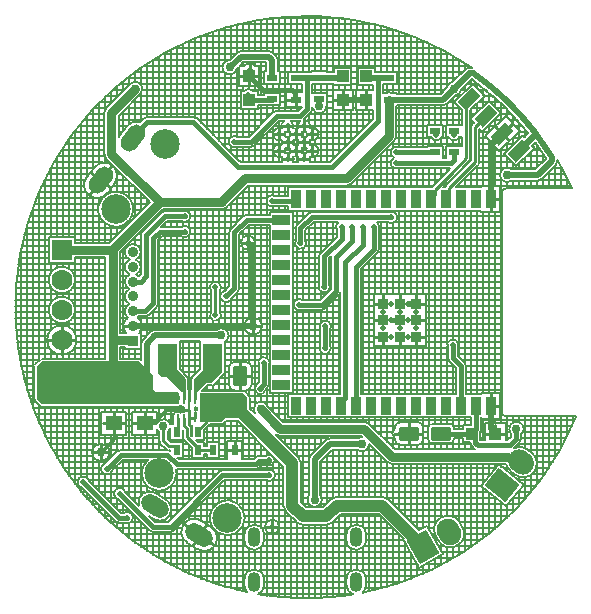
<source format=gbl>
G04*
G04 #@! TF.GenerationSoftware,Altium Limited,Altium Designer,21.2.1 (34)*
G04*
G04 Layer_Physical_Order=2*
G04 Layer_Color=16711680*
%FSTAX24Y24*%
%MOIN*%
G70*
G04*
G04 #@! TF.SameCoordinates,69041C72-035C-4FA9-9E98-1EB6260ED9D6*
G04*
G04*
G04 #@! TF.FilePolarity,Positive*
G04*
G01*
G75*
%ADD14C,0.0100*%
%ADD18R,0.0354X0.0236*%
%ADD19R,0.0394X0.0394*%
%ADD20R,0.0236X0.0354*%
G04:AMPARAMS|DCode=21|XSize=40mil|YSize=70mil|CornerRadius=0mil|HoleSize=0mil|Usage=FLASHONLY|Rotation=134.000|XOffset=0mil|YOffset=0mil|HoleType=Round|Shape=Rectangle|*
%AMROTATEDRECTD21*
4,1,4,0.0391,0.0099,-0.0113,-0.0387,-0.0391,-0.0099,0.0113,0.0387,0.0391,0.0099,0.0*
%
%ADD21ROTATEDRECTD21*%

%ADD27R,0.0394X0.0394*%
G04:AMPARAMS|DCode=37|XSize=67.3mil|YSize=48.4mil|CornerRadius=6.1mil|HoleSize=0mil|Usage=FLASHONLY|Rotation=90.000|XOffset=0mil|YOffset=0mil|HoleType=Round|Shape=RoundedRectangle|*
%AMROUNDEDRECTD37*
21,1,0.0673,0.0363,0,0,90.0*
21,1,0.0552,0.0484,0,0,90.0*
1,1,0.0121,0.0182,0.0276*
1,1,0.0121,0.0182,-0.0276*
1,1,0.0121,-0.0182,-0.0276*
1,1,0.0121,-0.0182,0.0276*
%
%ADD37ROUNDEDRECTD37*%
%ADD74C,0.0080*%
%ADD75C,0.0200*%
%ADD78C,0.0150*%
%ADD79C,0.0300*%
%ADD80C,0.0500*%
%ADD81C,0.0984*%
G04:AMPARAMS|DCode=82|XSize=98.4mil|YSize=59.1mil|CornerRadius=0mil|HoleSize=0mil|Usage=FLASHONLY|Rotation=327.000|XOffset=0mil|YOffset=0mil|HoleType=Round|Shape=Round|*
%AMOVALD82*
21,1,0.0394,0.0591,0.0000,0.0000,327.0*
1,1,0.0591,-0.0165,0.0107*
1,1,0.0591,0.0165,-0.0107*
%
%ADD82OVALD82*%

G04:AMPARAMS|DCode=83|XSize=75mil|YSize=90mil|CornerRadius=0mil|HoleSize=0mil|Usage=FLASHONLY|Rotation=30.000|XOffset=0mil|YOffset=0mil|HoleType=Round|Shape=Round|*
%AMOVALD83*
21,1,0.0150,0.0750,0.0000,0.0000,120.0*
1,1,0.0750,0.0038,-0.0065*
1,1,0.0750,-0.0038,0.0065*
%
%ADD83OVALD83*%

G04:AMPARAMS|DCode=84|XSize=75mil|YSize=90mil|CornerRadius=0mil|HoleSize=0mil|Usage=FLASHONLY|Rotation=30.000|XOffset=0mil|YOffset=0mil|HoleType=Round|Shape=Rectangle|*
%AMROTATEDRECTD84*
4,1,4,-0.0100,-0.0577,-0.0550,0.0202,0.0100,0.0577,0.0550,-0.0202,-0.0100,-0.0577,0.0*
%
%ADD84ROTATEDRECTD84*%

%ADD85C,0.0354*%
%ADD86C,0.0700*%
%ADD87R,0.0700X0.0700*%
G04:AMPARAMS|DCode=88|XSize=75mil|YSize=90mil|CornerRadius=0mil|HoleSize=0mil|Usage=FLASHONLY|Rotation=51.000|XOffset=0mil|YOffset=0mil|HoleType=Round|Shape=Rectangle|*
%AMROTATEDRECTD88*
4,1,4,0.0114,-0.0575,-0.0586,-0.0008,-0.0114,0.0575,0.0586,0.0008,0.0114,-0.0575,0.0*
%
%ADD88ROTATEDRECTD88*%

G04:AMPARAMS|DCode=89|XSize=75mil|YSize=90mil|CornerRadius=0mil|HoleSize=0mil|Usage=FLASHONLY|Rotation=51.000|XOffset=0mil|YOffset=0mil|HoleType=Round|Shape=Round|*
%AMOVALD89*
21,1,0.0150,0.0750,0.0000,0.0000,141.0*
1,1,0.0750,0.0058,-0.0047*
1,1,0.0750,-0.0058,0.0047*
%
%ADD89OVALD89*%

%ADD90O,0.0433X0.0669*%
%ADD91C,0.0200*%
G04:AMPARAMS|DCode=92|XSize=98.4mil|YSize=59.1mil|CornerRadius=0mil|HoleSize=0mil|Usage=FLASHONLY|Rotation=233.000|XOffset=0mil|YOffset=0mil|HoleType=Round|Shape=Round|*
%AMOVALD92*
21,1,0.0394,0.0591,0.0000,0.0000,233.0*
1,1,0.0591,0.0118,0.0157*
1,1,0.0591,-0.0118,-0.0157*
%
%ADD92OVALD92*%

%ADD93R,0.0354X0.0354*%
%ADD94C,0.0300*%
G04:AMPARAMS|DCode=95|XSize=35.4mil|YSize=9.8mil|CornerRadius=2mil|HoleSize=0mil|Usage=FLASHONLY|Rotation=90.000|XOffset=0mil|YOffset=0mil|HoleType=Round|Shape=RoundedRectangle|*
%AMROUNDEDRECTD95*
21,1,0.0354,0.0059,0,0,90.0*
21,1,0.0315,0.0098,0,0,90.0*
1,1,0.0039,0.0030,0.0157*
1,1,0.0039,0.0030,-0.0157*
1,1,0.0039,-0.0030,-0.0157*
1,1,0.0039,-0.0030,0.0157*
%
%ADD95ROUNDEDRECTD95*%
G04:AMPARAMS|DCode=96|XSize=23.6mil|YSize=9.8mil|CornerRadius=2mil|HoleSize=0mil|Usage=FLASHONLY|Rotation=90.000|XOffset=0mil|YOffset=0mil|HoleType=Round|Shape=RoundedRectangle|*
%AMROUNDEDRECTD96*
21,1,0.0236,0.0059,0,0,90.0*
21,1,0.0197,0.0098,0,0,90.0*
1,1,0.0039,0.0030,0.0098*
1,1,0.0039,0.0030,-0.0098*
1,1,0.0039,-0.0030,-0.0098*
1,1,0.0039,-0.0030,0.0098*
%
%ADD96ROUNDEDRECTD96*%
G04:AMPARAMS|DCode=97|XSize=51.2mil|YSize=9.8mil|CornerRadius=2mil|HoleSize=0mil|Usage=FLASHONLY|Rotation=90.000|XOffset=0mil|YOffset=0mil|HoleType=Round|Shape=RoundedRectangle|*
%AMROUNDEDRECTD97*
21,1,0.0512,0.0059,0,0,90.0*
21,1,0.0472,0.0098,0,0,90.0*
1,1,0.0039,0.0030,0.0236*
1,1,0.0039,0.0030,-0.0236*
1,1,0.0039,-0.0030,-0.0236*
1,1,0.0039,-0.0030,0.0236*
%
%ADD97ROUNDEDRECTD97*%
%ADD98R,0.0591X0.0945*%
%ADD99R,0.0550X0.0500*%
G04:AMPARAMS|DCode=100|XSize=67.3mil|YSize=48.4mil|CornerRadius=6.1mil|HoleSize=0mil|Usage=FLASHONLY|Rotation=180.000|XOffset=0mil|YOffset=0mil|HoleType=Round|Shape=RoundedRectangle|*
%AMROUNDEDRECTD100*
21,1,0.0673,0.0363,0,0,180.0*
21,1,0.0552,0.0484,0,0,180.0*
1,1,0.0121,-0.0276,0.0182*
1,1,0.0121,0.0276,0.0182*
1,1,0.0121,0.0276,-0.0182*
1,1,0.0121,-0.0276,-0.0182*
%
%ADD100ROUNDEDRECTD100*%
%ADD101R,0.0591X0.0354*%
%ADD102R,0.0354X0.0591*%
%ADD103C,0.0400*%
G36*
X006575Y009291D02*
X00685Y009016D01*
Y008543D01*
X006772D01*
X00626Y009055D01*
X006063Y009055D01*
X005945Y009173D01*
Y010157D01*
X006575D01*
X006575Y009291D01*
D02*
G37*
G36*
X005787Y009094D02*
Y008661D01*
X005906Y008543D01*
X006614D01*
X006654Y008504D01*
Y008189D01*
X006614Y00815D01*
X002087D01*
X001929Y008307D01*
X001929Y009405D01*
X002082Y009567D01*
X005315D01*
X005787Y009094D01*
D02*
G37*
G36*
X007362Y008504D02*
X00878D01*
X008937Y008346D01*
Y007677D01*
X008189D01*
X008071Y007559D01*
X007362D01*
Y008504D01*
D02*
G37*
G36*
X00748Y010157D02*
X00811D01*
Y009213D01*
X007756Y008858D01*
X007559D01*
X00752Y008819D01*
X007244Y008543D01*
X007165D01*
X007165Y008976D01*
X00748Y009291D01*
Y010157D01*
D02*
G37*
D14*
X017441Y017165D02*
X017765Y017478D01*
X017441Y017165D02*
X017649Y01695D01*
X017233Y017381D02*
X017441Y017165D01*
X017117Y016853D02*
X017441Y017165D01*
X017055Y01498D02*
Y015376D01*
Y01498D02*
X017332D01*
X017055Y014585D02*
Y01498D01*
X012898Y018281D02*
Y018578D01*
X012601Y018281D02*
X012898D01*
Y017985D02*
Y018281D01*
X01212D02*
Y018578D01*
X011823Y018281D02*
X01212D01*
Y017985D02*
Y018281D01*
X012417D01*
X010547Y018297D02*
Y018515D01*
Y018078D02*
Y018297D01*
X01066Y017417D02*
X010829D01*
X010998D01*
X010829D02*
Y017586D01*
X011104Y017142D02*
X011273D01*
X011104D02*
Y017311D01*
Y016973D02*
Y017142D01*
X010935D02*
X011104D01*
Y016591D02*
Y016759D01*
X010829Y016866D02*
X010998D01*
X010829Y017248D02*
Y017417D01*
Y016866D02*
Y017035D01*
X010553Y017142D02*
X010722D01*
X010553D02*
Y017311D01*
Y016973D02*
Y017142D01*
X01066Y016866D02*
X010829D01*
Y016697D02*
Y016866D01*
X010553Y016591D02*
Y016759D01*
X011104Y016591D02*
X011273D01*
X011104Y016422D02*
Y016591D01*
X010935D02*
X011104D01*
X010829Y016315D02*
X010998D01*
X010829D02*
Y016484D01*
X010553Y016591D02*
X010722D01*
X010553Y016422D02*
Y016591D01*
X01066Y016315D02*
X010829D01*
X017055Y008091D02*
X017332D01*
X017055D02*
Y008486D01*
Y007695D02*
Y008091D01*
X017207Y007165D02*
Y007462D01*
X014567Y011496D02*
X014844D01*
X014567D02*
Y011773D01*
Y010945D02*
X014844D01*
X014567Y010117D02*
Y010394D01*
X014844D01*
X014331Y007165D02*
Y007507D01*
X01691Y007165D02*
X017207D01*
X017504D01*
X014331D02*
X014767D01*
X014331Y006823D02*
Y007165D01*
X014016Y011496D02*
Y011773D01*
X013465Y010117D02*
Y010394D01*
Y011496D02*
Y011773D01*
X014016Y010117D02*
Y010394D01*
X013187Y011496D02*
X013465D01*
X013187Y010394D02*
X013465D01*
X013187Y010945D02*
X013465D01*
X013816Y007165D02*
X014016D01*
X01027Y018297D02*
X010547D01*
X010278Y017417D02*
X010446D01*
X010109D02*
X010278D01*
Y017248D02*
Y017417D01*
X010384Y017142D02*
X010553D01*
X010278Y016866D02*
Y017035D01*
Y016866D02*
X010446D01*
X010278Y016697D02*
Y016866D01*
X010002Y017142D02*
X010171D01*
X010109Y016866D02*
X010278D01*
X010002Y017142D02*
Y017311D01*
Y016973D02*
Y017142D01*
X009833D02*
X010002D01*
X009016Y019267D02*
Y019467D01*
X009006Y019071D02*
X009303D01*
X009006Y018775D02*
Y019071D01*
X008709D02*
X009006D01*
X010384Y016591D02*
X010553D01*
X010278Y016315D02*
X010446D01*
X010278D02*
Y016484D01*
X010109Y016315D02*
X010278D01*
X010002Y016422D02*
Y016591D01*
X010171D01*
X010002D02*
Y016759D01*
X009833Y016591D02*
X010002D01*
X009134Y010748D02*
Y010998D01*
Y010748D02*
X009384D01*
X009134Y010498D02*
Y010748D01*
X008959Y013526D02*
Y013726D01*
Y013526D02*
X009159D01*
X008959Y013326D02*
Y013526D01*
X008759D02*
X008959D01*
X008884Y010748D02*
X009134D01*
X00405Y01561D02*
X004406Y016082D01*
X00405Y01561D02*
X004365Y015372D01*
X003693Y015137D02*
X00405Y01561D01*
X003734Y015847D02*
X00405Y01561D01*
X004841Y010748D02*
X005118D01*
X005395D01*
X002756Y010283D02*
X003206D01*
X002756D02*
Y010733D01*
X002306Y010283D02*
X002756D01*
X008701Y009075D02*
X009043D01*
X008701Y008638D02*
Y009075D01*
Y009511D01*
X008359Y009075D02*
X008701D01*
X008514Y006614D02*
Y006891D01*
X008296Y006614D02*
X008514D01*
X008733D01*
X007205Y007677D02*
Y007895D01*
X009764Y004055D02*
Y004255D01*
Y004055D02*
X009964D01*
X009564D02*
X009764D01*
Y003855D02*
Y004055D01*
X007341Y003784D02*
X007556Y004116D01*
X007341Y003784D02*
X007838Y003462D01*
X007126Y003453D02*
X007341Y003784D01*
X006844Y004107D02*
X007341Y003784D01*
X007008Y008248D02*
Y008604D01*
Y007459D02*
Y007677D01*
X005512Y007503D02*
X005887D01*
X005512D02*
Y007853D01*
Y007153D02*
Y007503D01*
X005137D02*
X005512D01*
X002756Y009833D02*
Y010283D01*
X004488Y007503D02*
Y007853D01*
Y007503D02*
X004863D01*
X004113D02*
X004488D01*
Y007153D02*
Y007503D01*
X004055Y006535D02*
X004305D01*
X004055D02*
Y006785D01*
Y006285D02*
Y006535D01*
X003805D02*
X004055D01*
X004488Y006968D01*
Y007503D01*
X006142Y00693D02*
Y007402D01*
Y00693D02*
X006331Y006741D01*
X006511D01*
X007874Y011102D02*
Y012047D01*
X006579Y006614D02*
Y006673D01*
X006511Y006741D02*
X006579Y006673D01*
X005878Y007611D02*
X00623Y007963D01*
X007008D01*
X005512Y007503D02*
X00562Y007611D01*
X005878D01*
X007008Y007677D02*
Y007963D01*
X004961Y008425D02*
X005Y008386D01*
X005512Y008403D02*
X006007D01*
X006102Y008307D01*
X0078Y006614D02*
X0078Y006614D01*
X007294Y006614D02*
X0078D01*
X007598Y007795D02*
X007638Y007835D01*
X007598Y007568D02*
Y007795D01*
X007294Y007264D02*
X007598Y007568D01*
X006929Y007038D02*
X007294Y006673D01*
Y006614D02*
Y006673D01*
Y007205D02*
Y007264D01*
X006929Y007038D02*
Y007323D01*
X006811Y007441D02*
X006929Y007323D01*
X006811Y007441D02*
Y007677D01*
X006613Y007239D02*
Y007676D01*
X006614Y007677D01*
X006579Y007205D02*
X006613Y007239D01*
X007402Y007677D02*
Y008327D01*
X007008Y007677D02*
X007205D01*
X006299Y009508D02*
X006811Y008996D01*
X007205Y008957D02*
X007756Y009508D01*
X006811Y008327D02*
Y008996D01*
X006614Y008327D02*
Y008402D01*
X006613Y008403D02*
X006614Y008402D01*
X006299Y009508D02*
Y009685D01*
X007205Y008327D02*
Y008957D01*
X007756Y009508D02*
Y009685D01*
X015717Y015827D02*
X015717D01*
X016225Y016335D01*
Y018212D01*
X015182Y015107D02*
Y015292D01*
X015055Y01498D02*
X015182Y015107D01*
Y015292D02*
X015717Y015827D01*
X016225Y018212D02*
X016329Y018316D01*
X016535Y017391D02*
X016885Y017741D01*
Y017741D01*
X016535Y01622D02*
Y017391D01*
X015555Y01498D02*
X015667Y015093D01*
Y015353D01*
X016535Y01622D01*
D18*
X013661Y018297D02*
D03*
X013661Y019011D02*
D03*
X010547Y018297D02*
D03*
X010547Y019011D02*
D03*
X011326Y019026D02*
D03*
X011326Y018311D02*
D03*
X009769Y019026D02*
D03*
X009769Y018311D02*
D03*
X015827Y01654D02*
D03*
X015827Y017255D02*
D03*
X015197Y01654D02*
D03*
X015197Y017255D02*
D03*
D19*
X012898Y018281D02*
D03*
Y019071D02*
D03*
X009006D02*
D03*
Y018281D02*
D03*
X01212D02*
D03*
Y019071D02*
D03*
D20*
X007294Y006614D02*
D03*
X006579Y006614D02*
D03*
X008514Y006614D02*
D03*
X0078Y006614D02*
D03*
X007294Y007205D02*
D03*
X006579Y007205D02*
D03*
D21*
X016329Y018316D02*
D03*
X016885Y017741D02*
D03*
X017441Y017165D02*
D03*
X017997Y01659D02*
D03*
D27*
X017207Y007165D02*
D03*
X016417D02*
D03*
D37*
X008701Y008012D02*
D03*
Y009075D02*
D03*
D74*
X016335Y019357D02*
G03*
X016222Y01932I0J-00019D01*
G01*
X016335Y019357D02*
G03*
X016222Y01932I0J-00019D01*
G01*
X01831Y017172D02*
G03*
X016419Y018977I-007143J-005592D01*
G01*
X018895Y016336D02*
G03*
X018541Y016865I-007989J-004958D01*
G01*
X016436Y01749D02*
G03*
X016395Y017391I000099J-000099D01*
G01*
X016436Y01749D02*
G03*
X016395Y017391I000099J-000099D01*
G01*
X016222Y01932D02*
G03*
X016186Y01929I000185J-000251D01*
G01*
X01585Y018423D02*
G03*
X016065Y018631I-000023J000239D01*
G01*
X015796Y018899D02*
G03*
X01559Y0187I000031J-000238D01*
G01*
X015455Y018107D02*
G03*
X01559Y018162I0J00019D01*
G01*
X015455Y018107D02*
G03*
X01559Y018162I0J00019D01*
G01*
X015064Y017047D02*
G03*
X015409Y017047I000173J000079D01*
G01*
X015654D02*
G03*
X015999Y017047I000173J000079D01*
G01*
X013831Y016917D02*
G03*
X013901Y017087I-00017J00017D01*
G01*
X013831Y016917D02*
G03*
X013901Y017087I-00017J00017D01*
G01*
X019219Y016116D02*
G03*
X019275Y01625I-000134J000134D01*
G01*
X019219Y016115D02*
G03*
X019275Y01625I-000134J000135D01*
G01*
X016634Y016121D02*
G03*
X016675Y01622I-000099J000099D01*
G01*
X016324Y016236D02*
G03*
X016365Y016335I-000099J000099D01*
G01*
X016634Y016121D02*
G03*
X016675Y01622I-000099J000099D01*
G01*
X016324Y016236D02*
G03*
X016365Y016335I-000099J000099D01*
G01*
X019764Y015337D02*
G03*
X019275Y016287I-008858J-003959D01*
G01*
X018622Y015597D02*
G03*
X018757Y015653I0J00019D01*
G01*
X018622Y015597D02*
G03*
X018756Y015653I0J00019D01*
G01*
X017745Y015977D02*
G03*
X017745Y015597I-000147J-00019D01*
G01*
X017559Y015337D02*
G03*
X017419Y015197I0J-00014D01*
G01*
X017559Y015337D02*
G03*
X017419Y015197I0J-00014D01*
G01*
X015568Y015452D02*
G03*
X015528Y015366I000099J-000099D01*
G01*
X015568Y015452D02*
G03*
X015528Y015366I000099J-000099D01*
G01*
X013988Y016703D02*
G03*
X013829Y016358I-00009J-000167D01*
G01*
Y016358D02*
G03*
X013992Y016016I000069J-000177D01*
G01*
X015083Y015391D02*
G03*
X015063Y015366I000099J-000099D01*
G01*
X015083Y015391D02*
G03*
X015063Y015366I000099J-000099D01*
G01*
X013646Y014205D02*
G03*
X01393Y01437I000094J000165D01*
G01*
D02*
G03*
X013646Y014535I-00019J0D01*
G01*
X013781Y018505D02*
G03*
X013542Y018505I-00012J-000208D01*
G01*
X011579Y018071D02*
G03*
X011576Y018103I-00024J0D01*
G01*
X011054Y017868D02*
G03*
X011102Y017985I-000117J000117D01*
G01*
X011054Y017868D02*
G03*
X011102Y017985I-000117J000117D01*
G01*
Y018028D02*
G03*
X011579Y018071I000236J000043D01*
G01*
X01102Y017333D02*
G03*
X011038Y017417I-000191J000085D01*
G01*
D02*
G03*
X01081Y017625I-000209J0D01*
G01*
X010713Y017591D02*
G03*
X010638Y017333I000116J-000174D01*
G01*
Y017333D02*
G03*
X010469Y017333I-000085J-000191D01*
G01*
X010469Y017333D02*
G03*
X010486Y017417I-000191J000085D01*
G01*
X01102Y016951D02*
G03*
X011313Y017142I000085J000191D01*
G01*
D02*
G03*
X01102Y017333I-000209J0D01*
G01*
X010744Y017226D02*
G03*
X010913Y017226I000085J000191D01*
G01*
X010913Y017226D02*
G03*
X010913Y017057I000191J-000085D01*
G01*
X010913D02*
G03*
X010744Y017057I-000085J-000191D01*
G01*
X011313Y016591D02*
G03*
X01102Y016782I-000209J0D01*
G01*
X011038Y016866D02*
G03*
X01102Y016951I-000209J0D01*
G01*
X01102Y016782D02*
G03*
X011038Y016866I-000191J000085D01*
G01*
X010913Y016675D02*
G03*
X010913Y016506I000191J-000085D01*
G01*
X010744Y016675D02*
G03*
X010913Y016675I000085J000191D01*
G01*
X010744Y017057D02*
G03*
X010762Y017142I-000191J000085D01*
G01*
D02*
G03*
X010744Y017226I-000209J0D01*
G01*
X010486Y016866D02*
G03*
X010469Y016951I-000209J0D01*
G01*
X010638D02*
G03*
X010638Y016782I000191J-000085D01*
G01*
X010469Y016951D02*
G03*
X010638Y016951I000085J000191D01*
G01*
Y016782D02*
G03*
X010469Y016782I-000085J-000191D01*
G01*
X010469Y016782D02*
G03*
X010486Y016866I-000191J000085D01*
G01*
X012244Y015429D02*
G03*
X012414Y0155I0J00024D01*
G01*
X012244Y015429D02*
G03*
X012414Y0155I0J00024D01*
G01*
X013315Y013961D02*
G03*
X01334Y014055I-000165J000094D01*
G01*
X013266Y01319D02*
G03*
X013315Y013307I-000117J000117D01*
G01*
X013266Y01319D02*
G03*
X013315Y013307I-000117J000117D01*
G01*
X01334Y014055D02*
G03*
X013266Y014205I-00019J0D01*
G01*
X01197D02*
G03*
X011922Y013961I000117J-00015D01*
G01*
X01173Y013071D02*
G03*
X011725Y013032I00016J-00004D01*
G01*
X01173Y013071D02*
G03*
X011725Y013032I00016J-00004D01*
G01*
X011379Y013188D02*
G03*
X011331Y013071I000117J-000117D01*
G01*
X011379Y013188D02*
G03*
X011331Y013071I000117J-000117D01*
G01*
X01102Y0164D02*
G03*
X011313Y016591I000085J000191D01*
G01*
X011038Y016315D02*
G03*
X01102Y0164I-000209J0D01*
G01*
X010913Y016506D02*
G03*
X010744Y016506I-000085J-000191D01*
G01*
X011019Y016228D02*
G03*
X011038Y016315I-00019J000087D01*
G01*
X011079Y014535D02*
G03*
X010962Y014487I0J-000165D01*
G01*
X010762Y016591D02*
G03*
X010744Y016675I-000209J0D01*
G01*
Y016506D02*
G03*
X010762Y016591I-000191J000085D01*
G01*
X010469Y0164D02*
G03*
X010638Y0164I000085J000191D01*
G01*
Y0164D02*
G03*
X010639Y016228I000191J-000085D01*
G01*
X010486Y016315D02*
G03*
X010469Y0164I-000209J0D01*
G01*
X010467Y016228D02*
G03*
X010486Y016315I-00019J000087D01*
G01*
X011079Y014535D02*
G03*
X010962Y014487I0J-000165D01*
G01*
X010899Y013504D02*
G03*
X010874Y013598I-00019J0D01*
G01*
X010544D02*
G03*
X010899Y013504I000165J-000094D01*
G01*
X010592Y014117D02*
G03*
X010544Y014I000117J-000117D01*
G01*
X010592Y014117D02*
G03*
X010544Y014I000117J-000117D01*
G01*
X017419Y007874D02*
G03*
X017559Y007734I00014J0D01*
G01*
X01622Y009417D02*
G03*
X016172Y009534I-000165J0D01*
G01*
X015952Y010024D02*
G03*
X015977Y010118I-000165J000094D01*
G01*
X01622Y009417D02*
G03*
X016172Y009534I-000165J0D01*
G01*
X017419Y007874D02*
G03*
X017559Y007734I00014J0D01*
G01*
X01815Y007319D02*
G03*
X017716Y007177I-00024J0D01*
G01*
X015977Y010118D02*
G03*
X015622Y010024I-00019J0D01*
G01*
Y009685D02*
G03*
X015671Y009568I000165J0D01*
G01*
X015622Y009685D02*
G03*
X015671Y009568I000165J0D01*
G01*
X01582Y007347D02*
G03*
X01567Y007497I-000151J0D01*
G01*
X01277Y001856D02*
G03*
X019898Y007734I-001864J009522D01*
G01*
X015118Y007497D02*
G03*
X014967Y007347I0J-000151D01*
G01*
X014807D02*
G03*
X014607Y007547I-000201J0D01*
G01*
X018046Y007122D02*
G03*
X01815Y007319I-000136J000198D01*
G01*
X017998Y006859D02*
G03*
X018046Y006975I-000117J000117D01*
G01*
X018594Y006163D02*
G03*
X018421Y006524I-000465J0D01*
G01*
X017998Y006859D02*
G03*
X018046Y006975I-000117J000117D01*
G01*
X018305Y006619D02*
G03*
X01782Y006681I-000293J-000361D01*
G01*
X016704Y007232D02*
G03*
X01672Y007303I-000149J000071D01*
G01*
X016704Y007232D02*
G03*
X01672Y007303I-000149J000071D01*
G01*
X017514Y006157D02*
G03*
X017566Y006124I000151J000187D01*
G01*
X016374Y00686D02*
G03*
X016422Y006743I000165J0D01*
G01*
X016374Y00686D02*
G03*
X016422Y006743I000165J0D01*
G01*
X017836Y005802D02*
G03*
X018594Y006163I000293J000361D01*
G01*
X017566Y006124D02*
G03*
X017719Y005896I000446J000133D01*
G01*
X017514Y006157D02*
G03*
X017566Y006124I000151J000187D01*
G01*
X016172Y003833D02*
G03*
X016109Y004065I-000465J0D01*
G01*
X01567Y006833D02*
G03*
X01582Y006984I0J000151D01*
G01*
X014967D02*
G03*
X015118Y006833I000151J0D01*
G01*
X014607Y006783D02*
G03*
X014807Y006984I0J000201D01*
G01*
X015304Y0036D02*
G03*
X016172Y003833I000403J000233D01*
G01*
X016034Y004195D02*
G03*
X015229Y00373I-000403J-000233D01*
G01*
X012006Y011812D02*
G03*
X01204Y01186I-000117J000117D01*
G01*
X012006Y011812D02*
G03*
X01204Y01186I-000117J000117D01*
G01*
X0117Y010654D02*
G03*
X011725Y010748I-000165J000094D01*
G01*
Y01D02*
G03*
X0117Y010094I-00019J0D01*
G01*
X011686Y012047D02*
G03*
X011661Y012141I-00019J0D01*
G01*
X011331D02*
G03*
X011686Y012047I000165J-000094D01*
G01*
X011417Y011292D02*
G03*
X011534Y01134I0J000165D01*
G01*
X011417Y011292D02*
G03*
X011534Y01134I0J000165D01*
G01*
X011725Y010748D02*
G03*
X01137Y010654I-00019J0D01*
G01*
X010763Y011622D02*
G03*
X010763Y011292I-000094J-000165D01*
G01*
X01137Y010094D02*
G03*
X011725Y01I000165J-000094D01*
G01*
X014055Y007547D02*
G03*
X013854Y007347I0J-000201D01*
G01*
Y007343D02*
G03*
X013854Y006988I000162J-000177D01*
G01*
Y006984D02*
G03*
X014055Y006783I000201J0D01*
G01*
X013591Y006227D02*
G03*
X013761Y006157I00017J00017D01*
G01*
X013591Y006227D02*
G03*
X013761Y006157I00017J00017D01*
G01*
X013004Y007493D02*
G03*
X012835Y007563I-00017J-00017D01*
G01*
X013004Y007493D02*
G03*
X012835Y007563I-00017J-00017D01*
G01*
X012609Y006621D02*
G03*
X012996Y006811I000147J00019D01*
G01*
X012767Y007051D02*
G03*
X012609Y007001I-000011J-00024D01*
G01*
X013642Y004969D02*
G03*
X013437Y005054I-000205J-000205D01*
G01*
X013642Y004969D02*
G03*
X013437Y005054I-000205J-000205D01*
G01*
X012893Y003805D02*
G03*
X012241Y003805I-000326J0D01*
G01*
X01277Y001856D02*
G03*
X012893Y002112I-000203J000256D01*
G01*
X012241Y003608D02*
G03*
X012893Y003608I000326J0D01*
G01*
Y002309D02*
G03*
X012241Y002309I-000326J0D01*
G01*
Y002112D02*
G03*
X012466Y001802I000326J0D01*
G01*
X011693Y007001D02*
G03*
X011559Y006945I0J-00019D01*
G01*
X011693Y007001D02*
G03*
X011558Y006945I0J-00019D01*
G01*
X011047Y006434D02*
G03*
X010991Y006299I000134J-000135D01*
G01*
X011047Y006434D02*
G03*
X010991Y006299I000134J-000134D01*
G01*
X010723Y006185D02*
G03*
X010638Y00639I-00029J0D01*
G01*
X010723Y006185D02*
G03*
X010638Y00639I-00029J0D01*
G01*
X011929Y005054D02*
G03*
X011724Y004969I0J-00029D01*
G01*
X011929Y005054D02*
G03*
X011724Y004969I0J-00029D01*
G01*
X011575Y004119D02*
G03*
X01178Y004204I0J00029D01*
G01*
X011575Y004119D02*
G03*
X01178Y004204I0J00029D01*
G01*
X011421Y004961D02*
G03*
X011371Y005107I-00024J0D01*
G01*
X010991D02*
G03*
X011421Y004961I00019J-000147D01*
G01*
X010582Y004204D02*
G03*
X010787Y004119I000205J000205D01*
G01*
X010582Y004204D02*
G03*
X010787Y004119I000205J000205D01*
G01*
X009954Y019607D02*
G03*
X009898Y019742I-00019J0D01*
G01*
X009954Y019607D02*
G03*
X009898Y019742I-00019J0D01*
G01*
X009781Y019859D02*
G03*
X009647Y019914I-000134J-000134D01*
G01*
X009781Y019858D02*
G03*
X009647Y019914I-000135J-000134D01*
G01*
X010486Y017417D02*
G03*
X010394Y017591I-000209J0D01*
G01*
X010362Y017226D02*
G03*
X010362Y017057I000191J-000085D01*
G01*
X010161Y017591D02*
G03*
X010087Y017333I000116J-000174D01*
G01*
X010193Y017226D02*
G03*
X010362Y017226I000085J000191D01*
G01*
X010211Y017142D02*
G03*
X010193Y017226I-000209J0D01*
G01*
Y017057D02*
G03*
X010211Y017142I-000191J000085D01*
G01*
X010362Y017057D02*
G03*
X010193Y017057I-000085J-000191D01*
G01*
X009921Y017921D02*
G03*
X009805Y017873I0J-000165D01*
G01*
X009921Y017921D02*
G03*
X009805Y017873I0J-000165D01*
G01*
X010087Y016951D02*
G03*
X010087Y016782I000191J-000085D01*
G01*
Y017333D02*
G03*
X010087Y016951I-000085J-000191D01*
G01*
Y016782D02*
G03*
X010087Y0164I-000085J-000191D01*
G01*
X00921Y019408D02*
G03*
X008822Y019408I-000194J-000141D01*
G01*
X008728Y019914D02*
G03*
X008593Y019858I0J-00019D01*
G01*
X008728Y019914D02*
G03*
X008594Y019859I0J-00019D01*
G01*
X008345Y01961D02*
G03*
X008578Y019305I000002J-00024D01*
G01*
X009136Y018568D02*
G03*
X008817Y018568I-000159J-000104D01*
G01*
X008598Y017055D02*
G03*
X008598Y016725I-000094J-000165D01*
G01*
X010362Y016675D02*
G03*
X010362Y016506I000191J-000085D01*
G01*
X010193Y016675D02*
G03*
X010362Y016675I000085J000191D01*
G01*
X010193Y016506D02*
G03*
X010211Y016591I-000191J000085D01*
G01*
D02*
G03*
X010193Y016675I-000209J0D01*
G01*
X010362Y016506D02*
G03*
X010193Y016506I-000085J-000191D01*
G01*
X010087Y0164D02*
G03*
X010088Y016228I000191J-000085D01*
G01*
X009055Y016725D02*
G03*
X009172Y016773I0J000165D01*
G01*
X009055Y016725D02*
G03*
X009172Y016773I0J000165D01*
G01*
X009858Y015086D02*
G03*
X009858Y014756I-000094J-000165D01*
G01*
X008911Y01445D02*
G03*
X008795Y014402I0J-000165D01*
G01*
X008911Y01445D02*
G03*
X008795Y014402I0J-000165D01*
G01*
X008716Y016228D02*
G03*
X008672Y016246I-000094J-000165D01*
G01*
X008093Y014642D02*
G03*
X008312Y014784I0J00024D01*
G01*
X008387Y013995D02*
G03*
X008339Y013878I000117J-000117D01*
G01*
X008387Y013995D02*
G03*
X008339Y013878I000117J-000117D01*
G01*
X009199Y013526D02*
G03*
X009199Y013526I-00024J0D01*
G01*
X008621Y011891D02*
G03*
X008669Y012008I-000117J000117D01*
G01*
X009424Y010748D02*
G03*
X009424Y010748I-00029J0D01*
G01*
X008621Y011891D02*
G03*
X008669Y012008I-000117J000117D01*
G01*
X008178Y011916D02*
G03*
X008412Y011682I00005J-000183D01*
G01*
X008178Y010218D02*
G03*
X008311Y010433I-000107J000215D01*
G01*
D02*
G03*
X007924Y010623I-00024J0D01*
G01*
X007252Y017666D02*
G03*
X007135Y017715I-000117J-000117D01*
G01*
X007252Y017666D02*
G03*
X007135Y017715I-000117J-000117D01*
G01*
X005602D02*
G03*
X005486Y017666I0J-000165D01*
G01*
X005602Y017715D02*
G03*
X005486Y017666I0J-000165D01*
G01*
X005368Y018479D02*
G03*
X005439Y018648I-00017J00017D01*
G01*
X005368Y018479D02*
G03*
X005439Y018648I-00017J00017D01*
G01*
D02*
G03*
X005029Y018818I-00024J0D01*
G01*
X005439Y018648D02*
G03*
X005029Y018818I-00024J0D01*
G01*
X005364Y017544D02*
G03*
X004927Y017414I-00013J-000363D01*
G01*
X00704Y014409D02*
G03*
X006756Y014574I-00019J0D01*
G01*
Y014244D02*
G03*
X00704Y014409I000094J000165D01*
G01*
Y013898D02*
G03*
X006756Y014063I-00019J0D01*
G01*
X006181Y014574D02*
G03*
X006064Y014526I0J-000165D01*
G01*
X006181Y014574D02*
G03*
X006064Y014526I0J-000165D01*
G01*
X005016Y01429D02*
G03*
X005133Y01464I-000465J00035D01*
G01*
X00424Y018029D02*
G03*
X004169Y017859I00017J-00017D01*
G01*
X00469Y017099D02*
G03*
X004649Y017033I000308J-000232D01*
G01*
X004603Y015767D02*
G03*
X00382Y016029I-000435J0D01*
G01*
X00424Y018029D02*
G03*
X004169Y017859I00017J-00017D01*
G01*
Y016496D02*
G03*
X00424Y016326I00024J0D01*
G01*
X004169Y016496D02*
G03*
X00424Y016326I00024J0D01*
G01*
X004516Y015505D02*
G03*
X004603Y015767I-000348J000262D01*
G01*
X003584Y015714D02*
G03*
X004279Y01519I000348J-000262D01*
G01*
X005133Y01464D02*
G03*
X004086Y01499I-000582J0D01*
G01*
D02*
G03*
X005016Y01429I000465J-00035D01*
G01*
X006756Y013733D02*
G03*
X00704Y013898I000094J000165D01*
G01*
X008014Y011919D02*
G03*
X008064Y012047I-00014J000128D01*
G01*
D02*
G03*
X007734Y011919I-00019J0D01*
G01*
X005918Y011393D02*
G03*
X005966Y01151I-000117J000117D01*
G01*
X005918Y011393D02*
G03*
X005966Y01151I-000117J000117D01*
G01*
X005435Y013896D02*
G03*
X005386Y01378I000117J-000117D01*
G01*
X005435Y013896D02*
G03*
X005386Y01378I000117J-000117D01*
G01*
X005385Y013209D02*
G03*
X005014Y012963I-000267J0D01*
G01*
X005222Y01247D02*
G03*
X005385Y012717I-000104J000246D01*
G01*
X005318Y012402D02*
G03*
X005222Y01247I-0002J-000177D01*
G01*
Y012963D02*
G03*
X005385Y013209I-000104J000246D01*
G01*
Y012717D02*
G03*
X005222Y012963I-000267J0D01*
G01*
X005014D02*
G03*
X005014Y01247I000104J-000246D01*
G01*
Y011978D02*
G03*
X005014Y011486I000104J-000246D01*
G01*
Y01247D02*
G03*
X005014Y011978I000104J-000246D01*
G01*
X008064Y011102D02*
G03*
X008014Y011231I-00019J0D01*
G01*
X007734D02*
G03*
X008064Y011102I00014J-000128D01*
G01*
X005866Y010623D02*
G03*
X005732Y010567I0J-00019D01*
G01*
X005866Y010623D02*
G03*
X005732Y010567I0J-00019D01*
G01*
X005531Y011075D02*
G03*
X005648Y011123I0J000165D01*
G01*
X005531Y011075D02*
G03*
X005648Y011123I0J000165D01*
G01*
X005275Y011024D02*
G03*
X005328Y011075I-000157J000216D01*
G01*
X005435Y010748D02*
G03*
X005275Y011024I-000317J0D01*
G01*
X005014Y011486D02*
G03*
X004961Y011024I000104J-000246D01*
G01*
D02*
G03*
X004895Y010523I000157J-000276D01*
G01*
X005456Y010292D02*
G03*
X005401Y010157I000134J-000135D01*
G01*
X005456Y010292D02*
G03*
X005401Y010157I000134J-000134D01*
G01*
X005342Y010523D02*
G03*
X005435Y010748I-000224J000225D01*
G01*
X003196Y012283D02*
G03*
X003196Y012283I-00044J0D01*
G01*
Y011283D02*
G03*
X003196Y011283I-00044J0D01*
G01*
X009678Y009541D02*
G03*
X009323Y009433I-00019J-000013D01*
G01*
X009653D02*
G03*
X009678Y009514I-000165J000094D01*
G01*
X009605Y008702D02*
G03*
X009653Y008819I-000117J000117D01*
G01*
X009605Y008702D02*
G03*
X009653Y008819I-000117J000117D01*
G01*
X009243Y008802D02*
G03*
X00956Y008657I000127J-000141D01*
G01*
X009083Y009351D02*
G03*
X008882Y009551I-000201J0D01*
G01*
X009263Y008827D02*
G03*
X009243Y008802I000117J-000117D01*
G01*
X009263Y008827D02*
G03*
X009243Y008802I000117J-000117D01*
G01*
X008882Y008598D02*
G03*
X009083Y008799I0J000201D01*
G01*
X009903Y007126D02*
G03*
X010039Y007083I000137J000197D01*
G01*
X009903Y007126D02*
G03*
X010039Y007083I000137J000197D01*
G01*
X009608Y008094D02*
G03*
X00915Y007992I-000217J-000102D01*
G01*
X009033Y008288D02*
G03*
X009029Y008323I-000151J0D01*
G01*
X009608Y008094D02*
G03*
X00915Y007992I-000217J-000102D01*
G01*
Y007972D02*
G03*
X009193Y007835I00024J0D01*
G01*
X00915Y007972D02*
G03*
X009193Y007835I00024J0D01*
G01*
X008519Y009551D02*
G03*
X008319Y009351I0J-000201D01*
G01*
Y008799D02*
G03*
X008519Y008598I000201J0D01*
G01*
X016425Y019357D02*
G03*
X008939Y001877I-00552J-007979D01*
G01*
X009849Y006274D02*
G03*
X00955Y006429I-00019J0D01*
G01*
X009584Y006099D02*
G03*
X009849Y006274I000075J000175D01*
G01*
X009861Y005774D02*
G03*
X009577Y005939I-00019J0D01*
G01*
X010143Y004764D02*
G03*
X010228Y004559I00029J0D01*
G01*
X010143Y004764D02*
G03*
X010228Y004559I00029J0D01*
G01*
X009577Y005609D02*
G03*
X009861Y005774I000094J000165D01*
G01*
X009335Y006429D02*
G03*
X009218Y006381I0J-000165D01*
G01*
X009335Y006429D02*
G03*
X009218Y006381I0J-000165D01*
G01*
X009213Y005977D02*
G03*
X009329Y006025I0J000165D01*
G01*
X009213Y005977D02*
G03*
X009329Y006025I0J000165D01*
G01*
X010004Y004055D02*
G03*
X010004Y004055I-00024J0D01*
G01*
X009291Y001811D02*
G03*
X012466Y001802I001614J009567D01*
G01*
X009492Y003805D02*
G03*
X008839Y003805I-000326J0D01*
G01*
X009291Y001811D02*
G03*
X009492Y002112I-000126J000301D01*
G01*
X008839Y003608D02*
G03*
X009492Y003608I000326J0D01*
G01*
Y002309D02*
G03*
X008839Y002309I-000326J0D01*
G01*
Y002112D02*
G03*
X008939Y001877I000326J0D01*
G01*
X008096Y005939D02*
G03*
X00798Y00589I0J-000165D01*
G01*
X008096Y005939D02*
G03*
X00798Y00589I0J-000165D01*
G01*
X008855Y004352D02*
G03*
X00859Y00484I-000582J0D01*
G01*
D02*
G03*
X007956Y003864I-000317J-000488D01*
G01*
D02*
G03*
X008855Y004352I000317J000488D01*
G01*
X007269Y003312D02*
G03*
X007941Y003677I000237J000365D01*
G01*
X007413Y004256D02*
G03*
X006939Y003526I-000237J-000365D01*
G01*
X007941Y003677D02*
G03*
X007743Y004042I-000435J0D01*
G01*
X007106Y009056D02*
G03*
X007065Y008957I000099J-000099D01*
G01*
X007106Y009056D02*
G03*
X007065Y008957I000099J-000099D01*
G01*
X006951Y008996D02*
G03*
X00691Y009095I-00014J0D01*
G01*
X006951Y008996D02*
G03*
X00691Y009095I-00014J0D01*
G01*
X007178Y007935D02*
G03*
X007197Y008012I-00014J000077D01*
G01*
X006819D02*
G03*
X006871Y007894I00016J0D01*
G01*
X006713Y008084D02*
G03*
X006781Y00806I000069J000085D01*
G01*
X006644D02*
G03*
X006713Y008084I0J00011D01*
G01*
Y007861D02*
G03*
X006644Y007885I-000069J-000085D01*
G01*
X006781D02*
G03*
X006713Y007861I0J-00011D01*
G01*
X006585Y007885D02*
G03*
X006475Y007776I0J-00011D01*
G01*
X007037Y007419D02*
G03*
X007086Y007427I0J00016D01*
G01*
X006371Y007472D02*
G03*
X005927Y007508I-000229J-00007D01*
G01*
X007069Y007323D02*
G03*
X007031Y007419I-00014J0D01*
G01*
X007069Y007323D02*
G03*
X007031Y007419I-00014J0D01*
G01*
X006282Y007207D02*
G03*
X006371Y007331I-00014J000195D01*
G01*
X005927Y007295D02*
G03*
X006002Y007207I000215J000107D01*
G01*
X003246Y010283D02*
G03*
X003246Y010283I-00049J0D01*
G01*
X006789Y007038D02*
G03*
X00683Y006939I00014J0D01*
G01*
X006789Y007038D02*
G03*
X00683Y006939I00014J0D01*
G01*
X006577Y005832D02*
G03*
X006558Y005978I-000582J0D01*
G01*
X005678Y005344D02*
G03*
X006577Y005832I000317J000488D01*
G01*
X006231Y006642D02*
G03*
X006273Y006614I000099J000099D01*
G01*
X006002Y00693D02*
G03*
X006043Y006831I00014J0D01*
G01*
X006002Y00693D02*
G03*
X006043Y006831I00014J0D01*
G01*
X006231Y006642D02*
G03*
X006273Y006614I000099J000099D01*
G01*
X006371Y006581D02*
G03*
X006335Y006601I-000099J-000132D01*
G01*
X006371Y006581D02*
G03*
X006335Y006601I-000099J-000132D01*
G01*
X005628Y006284D02*
G03*
X005678Y005344I000367J-000452D01*
G01*
X006406Y004642D02*
G03*
X00623Y004965I-000385J0D01*
G01*
X00581Y004319D02*
G03*
X006406Y004642I00021J000323D01*
G01*
X006378Y00389D02*
G03*
X006495Y003938I0J000165D01*
G01*
X006378Y00389D02*
G03*
X006495Y003938I0J000165D01*
G01*
X0059Y005179D02*
G03*
X005317Y004758I-00021J-000323D01*
G01*
X005671Y003938D02*
G03*
X005787Y00389I000117J000117D01*
G01*
X005671Y003938D02*
G03*
X005787Y00389I000117J000117D01*
G01*
X004717Y006614D02*
G03*
X0046Y006566I0J-000165D01*
G01*
X004717Y006614D02*
G03*
X0046Y006566I0J-000165D01*
G01*
X004202Y006168D02*
G03*
X004435Y005934I00005J-000183D01*
G01*
X004345Y006535D02*
G03*
X004345Y006535I-00029J0D01*
G01*
X003653Y005596D02*
G03*
X003419Y005363I-000183J-00005D01*
G01*
X004868Y005208D02*
G03*
X004635Y004974I-000183J-00005D01*
G01*
X004841Y004197D02*
G03*
X005125Y004362I000094J000165D01*
G01*
D02*
G03*
X004841Y004527I-00019J0D01*
G01*
X004537Y004245D02*
G03*
X004654Y004197I000117J000117D01*
G01*
X004537Y004245D02*
G03*
X004654Y004197I000117J000117D01*
G01*
X017Y018255D02*
Y018528D01*
X016834Y0184D02*
X017149D01*
X0168Y018062D02*
Y018368D01*
X017Y018255D02*
X017403Y017838D01*
X0172Y018048D02*
Y018355D01*
X016667Y0186D02*
X016913D01*
X016627Y0182D02*
X016943D01*
X016445Y018831D02*
X016847Y018413D01*
X016367Y017644D02*
X017Y018255D01*
X016365Y017948D02*
X016847Y018413D01*
X0176Y017706D02*
Y017977D01*
X017702Y0176D02*
X017954D01*
X0174Y017841D02*
Y018172D01*
X0178Y017499D02*
Y017769D01*
X0174Y017598D02*
Y017835D01*
X017247Y018D02*
X017577D01*
X017364Y0178D02*
X017771D01*
X017053Y0182D02*
X01737D01*
X017157Y0176D02*
X017402D01*
X0172Y017405D02*
Y017642D01*
X016413Y0188D02*
X016474D01*
X01666D01*
X016335Y019357D02*
X016425D01*
X0166Y01867D02*
Y018845D01*
X0164Y018788D02*
Y018966D01*
X0162Y019303D02*
Y019509D01*
X016234Y0188D02*
X016413D01*
X0162Y018594D02*
Y018766D01*
X0168Y018462D02*
Y018691D01*
X016419Y018D02*
X016736D01*
X0166Y017869D02*
Y018174D01*
X016436Y01749D02*
X016477Y01753D01*
X0164Y017427D02*
Y01761D01*
X016365Y0178D02*
X016529D01*
X0164Y01761D02*
Y017675D01*
Y017981D01*
X016367Y017644D02*
X016477Y01753D01*
X016365Y0176D02*
X01641D01*
X018Y017233D02*
Y017292D01*
X017966Y0172D02*
X018289D01*
X018Y017292D02*
Y017548D01*
X0182Y017062D02*
Y017311D01*
X018Y016996D02*
Y017233D01*
X017896Y0174D02*
X018126D01*
X017557Y01775D02*
X01803Y017261D01*
X017325Y01658D02*
X01803Y017261D01*
X018176Y017038D02*
X01831Y017172D01*
X018112Y017104D02*
X018176Y017038D01*
X0178Y016803D02*
Y017039D01*
X01844Y016764D02*
X018541Y016865D01*
X017759Y017D02*
X018004D01*
X017552Y0168D02*
X017797D01*
X017479Y016493D02*
X018112Y017104D01*
X0176Y01661D02*
Y016846D01*
X01677Y017227D02*
X017403Y017838D01*
X01695Y0174D02*
X017194D01*
X017Y017212D02*
Y017449D01*
X016852Y01707D02*
X017557Y01775D01*
X016365Y0174D02*
X016396D01*
X016395Y016278D02*
Y017391D01*
X016365Y016335D02*
Y017948D01*
X016852Y01707D02*
X017325Y01658D01*
X016675Y017D02*
X016919D01*
X017Y015416D02*
Y016917D01*
X0168Y015416D02*
Y017255D01*
X016675Y017325D02*
X01677Y017227D01*
X016675Y0172D02*
X016987D01*
X016365D02*
X016395D01*
X016675Y01622D02*
Y017325D01*
X016365Y017D02*
X016395D01*
X016065Y018631D02*
X016411Y018977D01*
X016Y019103D02*
Y019635D01*
X015812Y018219D02*
X016445Y018831D01*
X013929Y0192D02*
X016097D01*
X013929Y019D02*
X015897D01*
X0158Y018903D02*
Y019755D01*
X015796Y018899D02*
X016186Y019289D01*
X016059Y0186D02*
X016206D01*
X016Y018401D02*
Y018495D01*
X015828Y0184D02*
X015999D01*
X015812Y018219D02*
X016085Y017936D01*
X0158Y017463D02*
Y018372D01*
X01559Y018162D02*
X01585Y018423D01*
X013901Y018D02*
X016023D01*
X015628Y0182D02*
X01583D01*
X013901Y0176D02*
X016085D01*
X013901Y0178D02*
X016085D01*
X0154Y01851D02*
Y019977D01*
X0156Y01874D02*
Y019869D01*
X0148Y018487D02*
Y020265D01*
X0152Y018487D02*
Y020078D01*
X015Y018487D02*
Y020174D01*
X014Y018487D02*
Y020574D01*
X0142Y018487D02*
Y020504D01*
X013643Y01922D02*
X013929D01*
X0146Y018487D02*
Y02035D01*
X0144Y018487D02*
Y020429D01*
X015377Y018487D02*
X01559Y0187D01*
X013929Y018107D02*
X015455D01*
X013929Y018803D02*
Y01922D01*
X013457Y0188D02*
X015631D01*
X013457Y0186D02*
X01549D01*
X013457Y018803D02*
X013929D01*
X013929Y018487D02*
X015377D01*
X013781Y018505D02*
X013929D01*
X016Y017463D02*
Y018024D01*
X01556Y017463D02*
X016085D01*
X0156D02*
Y018172D01*
X016085Y017463D02*
Y017936D01*
X01556Y017047D02*
Y017463D01*
X015464Y0174D02*
X01556D01*
X015464Y0172D02*
X01556D01*
X01493Y017463D02*
X015464D01*
Y017047D02*
Y017463D01*
X015999Y017047D02*
X016085D01*
X015969Y017D02*
X016085D01*
X0158Y016748D02*
Y016938D01*
X016085Y016748D02*
Y017047D01*
X016Y016748D02*
Y017047D01*
X01556D02*
X015654D01*
X015378Y017D02*
X015685D01*
X015409Y017047D02*
X015464D01*
X0156Y016748D02*
Y017047D01*
X0152Y017463D02*
Y018107D01*
X0154Y017463D02*
Y018107D01*
X015Y017463D02*
Y018107D01*
X01493Y017047D02*
Y017463D01*
X0148Y016703D02*
Y018107D01*
X014Y016703D02*
Y018107D01*
X0142Y016703D02*
Y018107D01*
X013901Y017087D02*
Y018088D01*
X0146Y016703D02*
Y018107D01*
X0144Y016703D02*
Y018107D01*
X015Y016748D02*
Y017047D01*
X01493D02*
X015064D01*
X013901Y0172D02*
X01493D01*
X0154Y016748D02*
Y01703D01*
X0152Y016748D02*
Y016939D01*
X013901Y0174D02*
X01493D01*
X013885Y017D02*
X015094D01*
X012414Y0155D02*
X013831Y016917D01*
X018475Y0168D02*
X018587D01*
X0188Y016234D02*
Y016485D01*
X01844Y016764D02*
X018515Y016687D01*
X018543Y015977D02*
X018895Y016329D01*
X0186Y016034D02*
Y016782D01*
X018425Y0166D02*
X018725D01*
X018218Y0164D02*
X018855D01*
X017882Y016076D02*
X018515Y016687D01*
X0184Y015977D02*
Y016576D01*
X0182Y015977D02*
Y016383D01*
X019268Y0162D02*
X019325D01*
X019275Y01625D02*
Y016287D01*
X019103Y016D02*
X019436D01*
X01801Y0162D02*
X018766D01*
X01771Y016D02*
X018566D01*
X017745Y015977D02*
X018543D01*
X018903Y0158D02*
X019542D01*
X018757Y015653D02*
X019219Y016115D01*
X017345Y0166D02*
X01759D01*
X016675Y0164D02*
X017568D01*
X017306Y0166D02*
X017345D01*
X017479Y016493D02*
X017882Y016076D01*
X0174Y015922D02*
Y016653D01*
X016675Y0168D02*
X017113D01*
X016365Y0166D02*
X016395D01*
X016365Y0168D02*
X016395D01*
X016675Y0166D02*
X017306D01*
X016365Y0164D02*
X016395D01*
X0176Y016027D02*
Y016367D01*
X016674Y0162D02*
X017761D01*
X018Y015977D02*
Y01619D01*
X0178Y015977D02*
Y01616D01*
X016513Y016D02*
X017487D01*
X016313Y0158D02*
X017359D01*
X0192Y015337D02*
Y016097D01*
X019Y015337D02*
Y015897D01*
X0196Y015337D02*
Y015684D01*
X0194Y015337D02*
Y016067D01*
X018653Y0156D02*
X019641D01*
X0188Y015337D02*
Y015697D01*
X018Y015337D02*
Y015597D01*
X0182Y015337D02*
Y015597D01*
X0178Y015337D02*
Y015597D01*
X0186Y015337D02*
Y015597D01*
X0184Y015337D02*
Y015597D01*
X017372Y0154D02*
X019735D01*
X017559Y015337D02*
X019764D01*
X017745Y015597D02*
X018622D01*
X0176Y015337D02*
Y015547D01*
X017372Y0152D02*
X017419D01*
X0172Y015416D02*
Y016709D01*
X017372Y014545D02*
Y015416D01*
X016738D02*
X017372D01*
X016322Y015366D02*
X016738D01*
X0164D02*
Y015887D01*
X016738Y015366D02*
Y015416D01*
X0166Y015366D02*
Y016087D01*
X017372Y015D02*
X017419D01*
X017372Y0148D02*
X017419D01*
X017372Y0146D02*
X017419D01*
X016288Y014595D02*
X016322D01*
X016738D01*
X016288D02*
X016322D01*
X016738Y014545D02*
X017372D01*
X016738D02*
Y014595D01*
X015816Y015728D02*
X016324Y016236D01*
X015618Y015926D02*
X015708Y016016D01*
X0156Y015908D02*
Y016016D01*
X015879Y015366D02*
X016634Y016121D01*
X015568Y015452D02*
X016395Y016278D01*
X013714Y0168D02*
X016085D01*
X01556Y016748D02*
X016085D01*
X01556Y016346D02*
Y016748D01*
X013992Y016016D02*
X015708D01*
X013955Y016D02*
X015692D01*
X0162Y015366D02*
Y015687D01*
X016113Y0156D02*
X017448D01*
X016Y015366D02*
Y015487D01*
X016288Y015366D02*
X016322D01*
X016288D02*
X016322D01*
X015083Y015391D02*
X015618Y015926D01*
X015913Y0154D02*
X016738D01*
X015879Y015366D02*
X016288D01*
X015464Y0166D02*
X01556D01*
X015464Y0164D02*
X01556D01*
X01493Y016748D02*
X015464D01*
Y016346D02*
X01556D01*
X015464D02*
Y016748D01*
X01493Y016703D02*
Y016748D01*
X013988Y016703D02*
X01493D01*
X014Y015366D02*
Y016016D01*
X0154Y015708D02*
Y016016D01*
X015488Y0154D02*
X015536D01*
X0152Y015508D02*
Y016016D01*
X013822Y015366D02*
X014322D01*
X0142D02*
Y016016D01*
X012714Y0158D02*
X015492D01*
X012514Y0156D02*
X015292D01*
X012914Y016D02*
X01384D01*
X013788Y015366D02*
X013822D01*
X013788D02*
X013822D01*
X015454D02*
X015816Y015727D01*
X015788Y014595D02*
X015822D01*
X015454Y015366D02*
X015528D01*
X015822Y014595D02*
X016288D01*
X015788D02*
X015822D01*
X015288D02*
X015322D01*
X015788D01*
X015288D02*
X015322D01*
X013825Y0142D02*
X017419D01*
X013928Y0144D02*
X017419D01*
X013315Y0138D02*
X017419D01*
X013315Y0136D02*
X017419D01*
X013331Y014D02*
X017419D01*
X013275Y0132D02*
X017419D01*
X013315Y0134D02*
X017419D01*
X012876Y0128D02*
X017419D01*
X01272Y0126D02*
X017419D01*
X013076Y013D02*
X017419D01*
X01272Y0122D02*
X017419D01*
X01272Y0124D02*
X017419D01*
X015Y015366D02*
Y016016D01*
X0148Y015366D02*
Y016016D01*
X014788Y015366D02*
X014822D01*
X014788Y015366D02*
X015063D01*
X014322Y015366D02*
X014788D01*
X014288D02*
X014322D01*
X0146D02*
Y016016D01*
X0144Y015366D02*
Y016016D01*
X014288Y014595D02*
X014322D01*
X014788D02*
X014822D01*
X013822D02*
X014288D01*
X014822D02*
X015288D01*
X014288Y014595D02*
X014822D01*
X013788Y014595D02*
X013822D01*
X013788D02*
X013822D01*
X0134Y01922D02*
Y020754D01*
X013185Y01922D02*
X013292D01*
X0132D02*
Y020805D01*
X0138Y01922D02*
Y020639D01*
X0136Y01922D02*
Y020699D01*
X013Y019358D02*
Y020852D01*
X012611Y019358D02*
X013185D01*
X0128D02*
Y020894D01*
X013185Y01922D02*
Y019358D01*
X012611Y018785D02*
Y019358D01*
X013394Y01922D02*
X013643D01*
X013394D02*
X013643D01*
X013292D02*
X013394D01*
X013127Y018618D02*
Y018785D01*
X013Y018618D02*
Y018785D01*
X012407Y019D02*
X012611D01*
Y018785D02*
X013127D01*
X012407Y0192D02*
X012611D01*
X012561Y018618D02*
X013127D01*
X0128D02*
Y018785D01*
X0122Y019358D02*
Y020994D01*
X0124Y019358D02*
Y020965D01*
X012Y019358D02*
Y021019D01*
X0126Y018618D02*
Y020931D01*
X012407Y018785D02*
Y019358D01*
X0116Y019206D02*
Y021056D01*
X011833Y019358D02*
X012407D01*
X0114Y019234D02*
Y021068D01*
X011833Y019206D02*
Y019358D01*
X0118Y019206D02*
Y021039D01*
X012407Y0188D02*
X012611D01*
X011833Y018785D02*
X012407D01*
X012Y018618D02*
Y018785D01*
X0124Y018618D02*
Y018785D01*
X0122Y018618D02*
Y018785D01*
X011593Y018826D02*
X011833D01*
Y018785D02*
Y018826D01*
X011593Y019206D02*
X011833D01*
X011783Y018618D02*
X012457D01*
X0118D02*
Y018826D01*
X0136Y018529D02*
Y018803D01*
X013457Y018505D02*
X013542D01*
X013457D02*
Y018803D01*
X0138Y018505D02*
Y018803D01*
X012457Y0184D02*
X012561D01*
Y017945D02*
Y018618D01*
X013Y017525D02*
Y017945D01*
X013127Y017651D02*
Y017945D01*
X0128Y017325D02*
Y017945D01*
X0138Y016698D02*
Y016886D01*
X0136Y015366D02*
Y016686D01*
X012457Y018D02*
X012561D01*
Y017945D02*
X013127D01*
X012457Y0182D02*
X012561D01*
X011703Y016228D02*
X013127Y017651D01*
X0126Y017125D02*
Y017945D01*
X012457Y0186D02*
X012561D01*
X012457Y017945D02*
Y018618D01*
X011593Y018103D02*
Y01852D01*
Y0184D02*
X011783D01*
X0114Y01852D02*
Y018818D01*
X011783Y017945D02*
Y018618D01*
X0116Y016228D02*
Y018826D01*
X0124Y016925D02*
Y017945D01*
X0122Y016725D02*
Y017945D01*
X012Y016525D02*
Y017945D01*
X0118Y016325D02*
Y017945D01*
X011593Y0182D02*
X011783D01*
X011568Y018D02*
X011783D01*
Y017945D02*
X012457D01*
X0114Y016228D02*
Y017839D01*
X011102Y0188D02*
X011833D01*
X011102Y0186D02*
X011783D01*
X0112Y019234D02*
Y021076D01*
X011102Y01852D02*
X011593D01*
X0112D02*
Y018818D01*
X011059Y019201D02*
Y019234D01*
X011593D01*
X010937Y019201D02*
X011059D01*
X011102Y018818D02*
X011593D01*
X011102Y01852D02*
Y018818D01*
Y017985D02*
Y018028D01*
X0112Y017327D02*
Y017875D01*
X010986Y0178D02*
X013127D01*
X01093Y0176D02*
X013075D01*
X010825Y017639D02*
X011054Y017868D01*
X011037Y0174D02*
X012875D01*
X011Y019201D02*
Y02108D01*
X010815Y019201D02*
X010937D01*
X0108Y01922D02*
Y02108D01*
X010772Y018555D02*
Y018803D01*
X01064Y017921D02*
X010758Y018038D01*
X0106Y01922D02*
Y021076D01*
Y018555D02*
Y018803D01*
Y017921D02*
Y018038D01*
X011Y017537D02*
Y017814D01*
X010486Y0174D02*
X010621D01*
X0106Y017345D02*
Y017591D01*
X011305Y0172D02*
X012675D01*
X011258Y017D02*
X012475D01*
X011027Y0168D02*
X012275D01*
X0112Y016776D02*
Y016956D01*
X010754Y0172D02*
X010904D01*
X0108Y017073D02*
Y01721D01*
X0106Y016794D02*
Y016938D01*
X010476Y0168D02*
X010631D01*
X013514Y0166D02*
X013719D01*
X013314Y0164D02*
X013764D01*
X0132Y015366D02*
Y016286D01*
X0138Y015366D02*
Y016018D01*
X0134Y015366D02*
Y016486D01*
X013114Y0162D02*
X013709D01*
X012788Y015366D02*
X012822D01*
X012288D02*
X012788D01*
X013D02*
Y016086D01*
X0128Y015366D02*
Y015886D01*
X013288Y015366D02*
X013322D01*
X013788D01*
X013288D02*
X013322D01*
Y014595D02*
X013788D01*
X013288D02*
X013322D01*
X012788Y015366D02*
X012822D01*
X013288D01*
X012322Y014595D02*
X012788D01*
X012822D02*
X013288D01*
X012788D02*
X012822D01*
X0124Y015366D02*
Y015487D01*
X0126Y015366D02*
Y015686D01*
X0122Y015366D02*
Y015429D01*
X011313Y0166D02*
X012075D01*
X0116Y015366D02*
Y015429D01*
X0114Y015366D02*
Y015429D01*
X012Y015366D02*
Y015429D01*
X0118Y015366D02*
Y015429D01*
X011822Y015366D02*
X012288D01*
X012322D01*
X011788D02*
X011822D01*
X012288Y014595D02*
X012322D01*
X011788D02*
X011822D01*
X011322Y015366D02*
X011822D01*
X011288Y014595D02*
X011322D01*
X011288Y015366D02*
X011322D01*
Y014595D02*
X011788D01*
X011288D02*
X011322D01*
X013288D02*
X013322D01*
X0138Y01455D02*
Y014595D01*
X0132Y014535D02*
Y014595D01*
X0136Y014535D02*
Y014595D01*
X0134Y014535D02*
Y014595D01*
X0126Y014535D02*
Y014595D01*
X012788D02*
X012822D01*
X0124Y014535D02*
Y014595D01*
X013Y014535D02*
Y014595D01*
X0128Y014535D02*
Y014595D01*
X013273Y0142D02*
X013655D01*
X013315Y013307D02*
Y013961D01*
X011788Y014595D02*
X012322D01*
X013266Y014205D02*
X013646D01*
X0122Y014535D02*
Y014595D01*
X01272Y012644D02*
X013266Y01319D01*
X012Y014535D02*
Y014595D01*
X0118Y014535D02*
Y014595D01*
X011922Y01373D02*
Y013961D01*
X0118Y013608D02*
Y014205D01*
X0116Y014535D02*
Y014595D01*
Y013408D02*
Y014205D01*
X0114Y014535D02*
Y014595D01*
X011379Y013188D02*
X011922Y01373D01*
X0114Y013208D02*
Y014205D01*
X011661Y0126D02*
X011725D01*
X011661Y0122D02*
X011725D01*
X011661Y0124D02*
X011725D01*
X011661Y013003D02*
X01173Y013071D01*
X011661Y0128D02*
X011725D01*
X011661Y013D02*
X011725D01*
X01119Y0164D02*
X011875D01*
X0112Y016228D02*
Y016405D01*
X011019Y016228D02*
X011703D01*
X011288Y015366D02*
X011322D01*
X0112D02*
Y015429D01*
X011079Y014535D02*
X013646D01*
X0112D02*
Y014595D01*
X010822Y015366D02*
X011288D01*
X010822Y014595D02*
X011288D01*
X011Y015366D02*
Y015429D01*
Y014515D02*
Y014595D01*
X0108Y016522D02*
Y016659D01*
X010762Y0166D02*
X010896D01*
X010788Y015366D02*
X010822D01*
X010788D02*
X010822D01*
X0108D02*
Y015429D01*
X010788Y014595D02*
X010822D01*
X010788D02*
X010822D01*
X010467Y016228D02*
X010639D01*
X0106Y015366D02*
Y015429D01*
Y016228D02*
Y016387D01*
X011147Y014205D02*
X01197D01*
X011142Y0142D02*
X011964D01*
X010874Y0138D02*
X011922D01*
X010942Y014D02*
X011905D01*
X010592Y014117D02*
X010962Y014487D01*
X010448Y0144D02*
X010875D01*
X0108Y014325D02*
Y014595D01*
X010874Y013932D02*
X011147Y014205D01*
X010874Y013598D02*
Y013932D01*
Y0136D02*
X011792D01*
X010868Y0134D02*
X011592D01*
X010448Y0126D02*
X011331D01*
X010448Y0132D02*
X011392D01*
X010448Y0128D02*
X011331D01*
X010448Y013D02*
X011331D01*
X010448Y0122D02*
X011331D01*
X010448Y0124D02*
X011331D01*
X0106Y014125D02*
Y014595D01*
X010448Y014D02*
X010544D01*
Y013598D02*
Y014D01*
X010448Y0142D02*
X010675D01*
X010448Y014018D02*
Y014053D01*
Y014553D01*
Y013553D02*
Y014018D01*
Y014053D01*
Y0134D02*
X01055D01*
X010448Y013018D02*
Y013053D01*
Y013518D01*
X010448Y012518D02*
Y013053D01*
X010448Y012518D02*
Y012553D01*
Y0136D02*
X010544D01*
X010448Y0138D02*
X010544D01*
X010448Y013518D02*
Y013553D01*
Y013518D02*
Y013553D01*
X01622Y0092D02*
X017419D01*
X01622Y009D02*
X017419D01*
X017Y008526D02*
Y014545D01*
X017419Y007874D02*
Y015197D01*
X0172Y008526D02*
Y014545D01*
X015952Y01D02*
X017419D01*
X015952Y0098D02*
X017419D01*
X015959Y0102D02*
X017419D01*
X01622Y0094D02*
X017419D01*
X016106Y0096D02*
X017419D01*
X017372Y0082D02*
X017419D01*
X017372Y008D02*
X017419D01*
X017372Y0084D02*
X017419D01*
X017372Y0078D02*
X01744D01*
X01622Y0088D02*
X017419D01*
X01622Y0086D02*
X017419D01*
X016738Y008526D02*
X017372D01*
X0168D02*
Y014545D01*
X0162Y009496D02*
Y014595D01*
X0166Y008476D02*
Y014595D01*
X0164Y008476D02*
Y014595D01*
X015952Y009753D02*
Y010024D01*
X0158Y010308D02*
Y014595D01*
X015952Y009753D02*
X016172Y009534D01*
X016Y009706D02*
Y014595D01*
X01622Y008476D02*
X016322D01*
X016288Y008476D02*
X016322D01*
X01622Y008476D02*
Y009417D01*
X016738Y008476D02*
Y008526D01*
X016322Y008476D02*
X016738D01*
X015788Y008476D02*
X015822D01*
X0158D02*
Y009439D01*
X01589Y008476D02*
Y009349D01*
X015822Y008476D02*
X01589D01*
X0184Y006542D02*
Y007734D01*
X019Y006028D02*
Y007734D01*
X0182Y006683D02*
Y007734D01*
X0188Y005737D02*
Y007734D01*
X0186Y005467D02*
Y007734D01*
X0178Y007533D02*
Y007734D01*
X018Y007542D02*
Y007734D01*
X0176Y006937D02*
Y007734D01*
X0174Y007502D02*
Y015652D01*
X0196Y007072D02*
Y007734D01*
X0198Y007501D02*
Y007734D01*
X0194Y006689D02*
Y007734D01*
X0192Y006344D02*
Y007734D01*
X017559D02*
X019898D01*
X01672Y0076D02*
X019842D01*
X01687Y007502D02*
X017544D01*
Y0074D02*
X017684D01*
X017544Y006937D02*
Y007502D01*
X016288Y007705D02*
X01639D01*
X016288Y007705D02*
X016322D01*
X017372Y007655D02*
Y008526D01*
X01639Y007452D02*
Y007705D01*
X0162Y007452D02*
Y007705D01*
X015822D02*
X016288D01*
X015788D02*
X015822D01*
X016Y00733D02*
Y007705D01*
X0158Y007422D02*
Y007705D01*
X0172Y007502D02*
Y007655D01*
X017Y007502D02*
Y007655D01*
X01687Y006937D02*
Y007502D01*
X0168Y006937D02*
Y007655D01*
X016738D02*
Y007705D01*
Y007655D02*
X017372D01*
X01613Y007452D02*
X01639D01*
X01672Y007303D02*
Y007705D01*
X01613Y00733D02*
Y007452D01*
X014884Y0112D02*
X017419D01*
X014884Y011D02*
X017419D01*
X014884Y0114D02*
X017419D01*
X014884Y0108D02*
X017419D01*
X014884Y0118D02*
X017419D01*
X014884Y0116D02*
X017419D01*
X01272Y012D02*
X017419D01*
X014884Y0104D02*
X017419D01*
X014884Y0106D02*
X017419D01*
X015622Y009685D02*
Y010024D01*
X014884Y0102D02*
X015616D01*
X015671Y009568D02*
X01589Y009349D01*
X01272Y0098D02*
X015622D01*
X01272Y0096D02*
X015646D01*
X01272Y01D02*
X015622D01*
X01272Y0092D02*
X01589D01*
X01272Y0094D02*
X015839D01*
X0148Y011813D02*
Y014595D01*
X014884Y011262D02*
Y011813D01*
X0146D02*
Y014595D01*
X0156Y010149D02*
Y014595D01*
X014884Y011179D02*
Y011262D01*
X0144Y011813D02*
Y014595D01*
X014333Y011813D02*
X014884D01*
X01425D02*
X014333D01*
X014884Y011179D02*
Y011262D01*
X014884Y010628D02*
Y010711D01*
X014884Y010628D02*
Y011179D01*
X014884Y010077D02*
Y010628D01*
X01425Y010077D02*
X014333D01*
X014884D01*
X013782Y010077D02*
X014333D01*
X0156Y008476D02*
Y010087D01*
X015288Y008476D02*
X015788D01*
X0154D02*
Y014595D01*
X015788Y008476D02*
X015822D01*
X015288Y008476D02*
X015322D01*
X01272Y0088D02*
X01589D01*
X01272Y0086D02*
X01589D01*
X01272Y009D02*
X01589D01*
X014822Y008476D02*
X015288D01*
X0152D02*
Y014595D01*
X015322Y007705D02*
X015788D01*
X015822D01*
X0154Y007497D02*
Y007705D01*
X0156Y007497D02*
Y007705D01*
X014822Y007705D02*
X015322D01*
X015118Y007497D02*
X01567D01*
X015288Y007705D02*
X015322D01*
X0152Y007497D02*
Y007705D01*
X014788Y008476D02*
X014822D01*
X014788D02*
X014822D01*
X0148D02*
Y010077D01*
X015Y008476D02*
Y014595D01*
X0146Y007547D02*
Y007705D01*
Y008476D02*
Y010077D01*
X014322Y008476D02*
X014788D01*
X0144D02*
Y010077D01*
X014288Y007705D02*
X014788D01*
X0144Y007547D02*
Y007705D01*
X014788D02*
X014822D01*
X015Y007441D02*
Y007705D01*
X0148Y007401D02*
Y007705D01*
X0148Y0074D02*
X014977D01*
X014788Y007705D02*
X014822D01*
X014055Y007547D02*
X014607D01*
X018136Y0074D02*
X019755D01*
X018118Y0072D02*
X019662D01*
X018046Y007D02*
X019564D01*
X018046Y006975D02*
Y007122D01*
X017544Y0072D02*
X017701D01*
X017716Y007044D02*
Y007177D01*
X017544Y007D02*
X017672D01*
X017609Y006937D02*
X017716Y007044D01*
X018328Y0066D02*
X01935D01*
X018529Y0064D02*
X019234D01*
X018305Y006619D02*
X018421Y006524D01*
X018592Y0062D02*
X019111D01*
X017939Y0068D02*
X01946D01*
X018Y006722D02*
Y006861D01*
X01782Y006681D02*
X017998Y006859D01*
X01672Y0074D02*
X01687D01*
X016704Y006937D02*
Y007043D01*
Y006937D02*
Y007043D01*
Y0072D02*
X01687D01*
X016704Y007043D02*
Y007232D01*
X01613Y006878D02*
Y007D01*
X016704Y006937D02*
X01687D01*
X017544D02*
X017609D01*
X016704Y007D02*
X01687D01*
X016422Y006743D02*
X01651Y006655D01*
X01613Y006878D02*
X016374D01*
X0164Y006637D02*
Y006771D01*
X0162Y006637D02*
Y006878D01*
X018564Y006D02*
X018981D01*
X018419Y0058D02*
X018844D01*
X0178Y005741D02*
Y005831D01*
X0184Y005216D02*
Y005785D01*
X017719Y005896D02*
X017836Y005802D01*
X01748Y006D02*
X017625D01*
X017314Y006134D02*
X018153Y005455D01*
X017727Y0058D02*
X017838D01*
X017974Y0056D02*
X0187D01*
X018109Y0054D02*
X018548D01*
X018Y005579D02*
Y005716D01*
X0182Y00498D02*
Y005704D01*
X018Y004759D02*
Y005265D01*
X017947Y0052D02*
X018387D01*
X017785Y005D02*
X018217D01*
X017623Y0048D02*
X018038D01*
X017568Y004732D02*
X018153Y005455D01*
X0178Y004551D02*
Y005018D01*
X0174Y006065D02*
Y006157D01*
X0172Y005994D02*
Y006157D01*
X0176Y005903D02*
Y006042D01*
X017Y005747D02*
Y006157D01*
X0168Y0055D02*
Y006157D01*
X016729Y005412D02*
X017314Y006134D01*
X0166Y003522D02*
Y006157D01*
X0164Y003381D02*
Y006157D01*
X0162Y003247D02*
Y006157D01*
X0174Y00417D02*
Y004868D01*
X0176Y004355D02*
Y004771D01*
X0172Y003994D02*
Y00503D01*
X017Y003828D02*
Y005192D01*
X0168Y003671D02*
Y005354D01*
X016729Y005412D02*
X017568Y004732D01*
X016141Y004D02*
X017207D01*
X016171Y0038D02*
X016965D01*
X016109Y0036D02*
X016706D01*
X01582Y00733D02*
X01613D01*
X01582Y007D02*
X01613D01*
X015811Y0074D02*
X01613D01*
X01582Y007D02*
X01613D01*
X016Y006637D02*
Y007D01*
X014687Y0068D02*
X016385D01*
X01386Y006637D02*
X016532D01*
X0158Y004396D02*
Y006157D01*
Y006637D02*
Y006908D01*
X013761Y006157D02*
X017514D01*
X013811Y0048D02*
X017484D01*
X013605Y005D02*
X017237D01*
X014011Y0046D02*
X017848D01*
X01579Y0044D02*
X017647D01*
X011371Y006D02*
X017205D01*
X011371Y0058D02*
X017043D01*
X011371Y0056D02*
X016881D01*
X011371Y0052D02*
X01699D01*
X011371Y0054D02*
X016743D01*
X014967Y006984D02*
Y007347D01*
X014807Y007D02*
X014967D01*
X014807Y0072D02*
X014967D01*
X015Y006637D02*
Y00689D01*
X014807Y006984D02*
Y007347D01*
X0148Y006637D02*
Y00693D01*
X0154Y006637D02*
Y006833D01*
X0156Y006637D02*
Y006833D01*
X0152Y006637D02*
Y006833D01*
X0156Y004426D02*
Y006157D01*
X0154Y004366D02*
Y006157D01*
X015118Y006833D02*
X01567D01*
X014055Y006783D02*
X014607D01*
X0144Y006637D02*
Y006783D01*
X014211Y0044D02*
X015474D01*
X0146Y006637D02*
Y006783D01*
X016032Y0042D02*
X017434D01*
X016034Y004195D02*
X016109Y004065D01*
X016Y004247D02*
Y006157D01*
X0154Y003294D02*
Y003483D01*
X015229Y00373D02*
X015304Y0036D01*
X014411Y0042D02*
X015232D01*
X014936Y004098D02*
X015476Y003162D01*
X015223Y0036D02*
X015304D01*
X015877Y0034D02*
X016427D01*
X015454Y0032D02*
X016127D01*
X016Y003121D02*
Y003472D01*
X0158Y003D02*
Y003377D01*
X0156Y002887D02*
Y00338D01*
X015339Y0034D02*
X015536D01*
X015195Y003D02*
X015799D01*
X014848Y0028D02*
X01544D01*
X014671Y002697D02*
X015476Y003162D01*
X0154Y002779D02*
Y003119D01*
X0152Y004135D02*
Y006157D01*
X014992Y004D02*
X015168D01*
X0148Y004019D02*
Y006157D01*
X015108Y0038D02*
X015196D01*
X015Y003987D02*
Y006157D01*
X0146Y004011D02*
Y006157D01*
X014611Y004D02*
X014767D01*
X0144Y004211D02*
Y006157D01*
X014668Y003943D02*
X014936Y004098D01*
X013642Y004969D02*
X014668Y003943D01*
X0152Y00364D02*
Y00379D01*
Y002678D02*
Y003003D01*
X015Y002582D02*
Y002888D01*
X0148Y002491D02*
Y002772D01*
X0146Y002406D02*
Y00282D01*
X012714Y0026D02*
X015039D01*
X014131Y003633D02*
X014671Y002697D01*
X01288Y0024D02*
X014585D01*
X0144Y002327D02*
Y003166D01*
X014Y011813D02*
Y014595D01*
X013699Y011813D02*
X014333D01*
X0138D02*
Y01419D01*
X0142Y011813D02*
Y014595D01*
X013699Y011813D02*
X013782D01*
X0134D02*
Y014205D01*
X013147Y011813D02*
X013699D01*
X0132D02*
Y013124D01*
X0136Y011813D02*
Y014205D01*
X013147Y011262D02*
Y011813D01*
X013699Y010077D02*
X013782D01*
X013147Y011179D02*
Y011262D01*
X01272Y0112D02*
X013147D01*
X01272Y0116D02*
X013147D01*
X01272Y0114D02*
X013147D01*
X01272Y0118D02*
X013147D01*
Y010711D02*
Y011179D01*
Y011262D01*
X011725Y011997D02*
Y013032D01*
X011794Y0116D02*
X01204D01*
X011994Y0118D02*
X01204D01*
X013147Y010628D02*
Y010711D01*
X01272Y0104D02*
X013147D01*
Y010628D02*
Y010711D01*
Y010077D02*
Y010628D01*
X01272Y0102D02*
X013147D01*
X01272Y011D02*
X013147D01*
X01272Y0108D02*
X013147D01*
X011718D02*
X01204D01*
X01272Y0106D02*
X013147D01*
X0138Y008476D02*
Y010077D01*
X013788Y008476D02*
X014322D01*
X013699Y010077D02*
X013782D01*
X0142Y008476D02*
Y010077D01*
X014Y008476D02*
Y010077D01*
X013147D02*
X013699D01*
X013288Y008476D02*
X013322D01*
X012822D02*
X013288D01*
X0136D02*
Y010077D01*
X0134Y008476D02*
Y010077D01*
X014288Y008476D02*
X014322D01*
X014288Y007705D02*
X014322D01*
X013822D02*
X014288D01*
X0142Y007547D02*
Y007705D01*
X014Y00754D02*
Y007705D01*
X013322Y008476D02*
X013788D01*
X013822D01*
X013288D02*
X013322D01*
X013788Y007705D02*
X013822D01*
X0138Y00727D02*
Y007705D01*
X0128Y008476D02*
Y012724D01*
X01272Y008476D02*
Y012644D01*
X01204Y008482D02*
Y01186D01*
X0132Y008476D02*
Y010077D01*
X013Y008476D02*
Y012924D01*
X011725Y01D02*
X01204D01*
X011788Y008476D02*
X011822D01*
X012D02*
Y011806D01*
X0118Y008476D02*
Y011606D01*
X012788Y008476D02*
X012822D01*
X012788Y007705D02*
X012822D01*
X012788Y008476D02*
X012822D01*
X013Y007497D02*
Y007705D01*
X0128Y007563D02*
Y007705D01*
X011822Y008476D02*
X012039D01*
X01272D02*
X012788D01*
X011788D02*
X011822D01*
X0122Y007563D02*
Y007705D01*
X012Y007563D02*
Y007705D01*
X01168Y012D02*
X011725D01*
X011661Y012141D02*
Y013003D01*
X011594Y0114D02*
X01204D01*
X0116Y010927D02*
Y011406D01*
X010448Y0118D02*
X011527D01*
X0114Y011673D02*
Y011883D01*
X011534Y01134D02*
X012006Y011812D01*
X011349Y011622D02*
X011725Y011997D01*
X0114Y010881D02*
Y011292D01*
X0117Y0106D02*
X01204D01*
X010448Y0112D02*
X01204D01*
X010448Y011D02*
X01204D01*
X010763Y011292D02*
X011417D01*
X010448Y0106D02*
X01137D01*
X010448Y0108D02*
X011353D01*
X0108Y011622D02*
Y013337D01*
X011331Y012141D02*
Y013071D01*
X0106Y011634D02*
Y013348D01*
X0112Y011622D02*
Y014205D01*
X011Y011622D02*
Y014058D01*
X010448Y012018D02*
Y012053D01*
Y012018D02*
Y012053D01*
Y012518D01*
Y012D02*
X011312D01*
X010448Y011553D02*
Y012018D01*
X010763Y011622D02*
X011349D01*
X010448Y011018D02*
Y011053D01*
Y010553D02*
Y011018D01*
Y011053D01*
Y0116D02*
X010545D01*
X010448Y011518D02*
Y011553D01*
Y011518D02*
Y011553D01*
Y0114D02*
X010488D01*
X010448Y011053D02*
Y011518D01*
X0117Y0104D02*
X01204D01*
X0117Y0102D02*
X01204D01*
X0117Y010094D02*
Y010654D01*
X0116Y008476D02*
Y009821D01*
X0114Y008476D02*
Y009867D01*
X01137Y010094D02*
Y010654D01*
X010448Y0102D02*
X01137D01*
X010448Y0104D02*
X01137D01*
X010448Y01D02*
X011345D01*
X010448Y0098D02*
X01204D01*
X010448Y0096D02*
X01204D01*
X011288Y008476D02*
X011322D01*
X011788D01*
X011288D02*
X011322D01*
X010448Y0092D02*
X01204D01*
X010448Y009D02*
X01204D01*
X010448Y0094D02*
X01204D01*
X010448Y0086D02*
X01204D01*
X010448Y0088D02*
X01204D01*
X0108Y008476D02*
Y011292D01*
X0106Y008476D02*
Y01128D01*
X010448Y009518D02*
Y010053D01*
X0112Y008476D02*
Y011292D01*
X011Y008476D02*
Y011292D01*
X010448Y010518D02*
Y010553D01*
Y010053D02*
Y010518D01*
Y010553D01*
Y009518D02*
Y009553D01*
Y010018D02*
Y010053D01*
X010822Y008476D02*
X011288D01*
X010788Y007705D02*
X010822D01*
X010788Y008476D02*
X010822D01*
X0112Y007563D02*
Y007705D01*
X0106Y007563D02*
Y007705D01*
X010448Y009018D02*
Y009053D01*
Y009518D01*
Y008518D02*
Y009018D01*
Y009053D01*
X013322Y007705D02*
X013822D01*
X0134Y007097D02*
Y007705D01*
X0136Y006897D02*
Y007705D01*
X013288D02*
X013322D01*
X013097Y0074D02*
X013861D01*
X013288Y007705D02*
X013322D01*
X013004Y007493D02*
X01386Y006637D01*
X013297Y0072D02*
X013778D01*
X0138Y006697D02*
Y00706D01*
X0142Y006637D02*
Y006783D01*
X014Y006637D02*
Y006791D01*
X013497Y007D02*
X013842D01*
X013697Y0068D02*
X013974D01*
X012996Y006822D02*
X013591Y006227D01*
X012822Y007705D02*
X013288D01*
X012788D02*
X012822D01*
X0132Y007297D02*
Y007705D01*
X012288D02*
X012322D01*
X012788D01*
X012288D02*
X012322D01*
X0126Y007563D02*
Y007705D01*
X0124Y007563D02*
Y007705D01*
X01287Y0066D02*
X013218D01*
X012735Y007083D02*
X012767Y007051D01*
X0132Y005054D02*
Y006618D01*
X0128Y005054D02*
Y006575D01*
X0124Y007001D02*
Y007083D01*
X0126Y007001D02*
Y007083D01*
X0122Y007001D02*
Y007083D01*
X0126Y005054D02*
Y006621D01*
X0138Y004811D02*
Y006157D01*
X0136Y005004D02*
Y006219D01*
X0142Y004411D02*
Y006157D01*
X014Y004611D02*
Y006157D01*
X013317Y004474D02*
X014148Y003643D01*
X0134Y005054D02*
Y006418D01*
Y002002D02*
Y004391D01*
X0132Y001951D02*
Y004474D01*
X0142Y002252D02*
Y003513D01*
X012893Y0022D02*
X014053D01*
X014Y002182D02*
Y003791D01*
X0138Y002117D02*
Y003991D01*
X0136Y002057D02*
Y004191D01*
X012893Y0038D02*
X013991D01*
X012893Y0036D02*
X014149D01*
X012828Y004D02*
X013791D01*
X012818Y0034D02*
X014265D01*
X012873Y002D02*
X013394D01*
X013Y005054D02*
Y006818D01*
X0128Y004033D02*
Y004474D01*
X0126Y004129D02*
Y004474D01*
X013Y001904D02*
Y004474D01*
X012893Y003608D02*
Y003805D01*
X0124Y005054D02*
Y006621D01*
Y004085D02*
Y004474D01*
X0122Y005054D02*
Y006621D01*
X012241Y003608D02*
Y003805D01*
X0128Y002537D02*
Y003379D01*
X012893Y002112D02*
Y002309D01*
X0126Y002633D02*
Y003283D01*
X0124Y001791D02*
Y001831D01*
Y002589D02*
Y003327D01*
X012241Y002112D02*
Y002309D01*
X011788Y007705D02*
X011822D01*
X012288D01*
X011788D02*
X011822D01*
X0118Y007001D02*
Y007083D01*
Y007563D02*
Y007705D01*
X0116Y007563D02*
Y007705D01*
X011322D02*
X011788D01*
X0114Y007563D02*
Y007705D01*
X0116Y006977D02*
Y007083D01*
X0114Y006787D02*
Y007083D01*
X012Y007001D02*
Y007083D01*
X011693Y007001D02*
X012609D01*
X011751Y0066D02*
X012642D01*
X011772Y006621D02*
X012609D01*
X011551Y0064D02*
X013418D01*
X011047Y006434D02*
X011558Y006945D01*
X011371Y0062D02*
X013623D01*
X011371Y006221D02*
X011772Y006621D01*
X011288Y007705D02*
X011322D01*
X011288D02*
X011322D01*
X011Y007563D02*
Y007705D01*
X0112Y006587D02*
Y007083D01*
X011Y006357D02*
Y007083D01*
X0108Y007563D02*
Y007705D01*
X010788D02*
X011288D01*
X0106Y006428D02*
Y007083D01*
X010723Y0056D02*
X010991D01*
X010723Y0054D02*
X010991D01*
X010723Y0058D02*
X010991D01*
Y005107D02*
Y006299D01*
X010723Y0052D02*
X010991D01*
X010628Y0064D02*
X01102D01*
X010723Y0062D02*
X010991D01*
X010723Y006D02*
X010991D01*
X012Y005054D02*
Y006621D01*
X011929Y005054D02*
X013437D01*
X0118Y005023D02*
Y006621D01*
X01178Y004204D02*
X012049Y004474D01*
X011418Y005D02*
X011761D01*
X0116Y004845D02*
Y006449D01*
X011455Y004699D02*
X011724Y004969D01*
X011359Y0048D02*
X011555D01*
X012049Y004474D02*
X013317D01*
X011975Y0044D02*
X013391D01*
X0122Y001762D02*
Y004474D01*
X012Y001737D02*
Y004425D01*
X0118Y001717D02*
Y004225D01*
X011775Y0042D02*
X013591D01*
X010787Y004119D02*
X011575D01*
X0116Y0017D02*
Y004121D01*
X0114Y005059D02*
Y006249D01*
X011371Y005107D02*
Y006221D01*
X0114Y004699D02*
Y004862D01*
X011Y004699D02*
Y004803D01*
X0108Y004807D02*
Y007083D01*
X010723Y005D02*
X010944D01*
X010723Y004884D02*
Y006185D01*
Y004884D02*
X010908Y004699D01*
X011455D01*
X0114Y001688D02*
Y004119D01*
X010807Y0048D02*
X011003D01*
X0112Y00168D02*
Y004119D01*
X011Y001676D02*
Y004119D01*
X0108Y001676D02*
Y004119D01*
X0106Y00168D02*
Y004188D01*
X0104Y01922D02*
Y021067D01*
X01028Y01922D02*
X010815D01*
X010036Y018818D02*
Y019234D01*
X01028Y018803D02*
Y01922D01*
X0102Y017921D02*
Y021055D01*
X00984Y0198D02*
X015723D01*
X009954Y0196D02*
X016057D01*
X009658Y021D02*
X012153D01*
X009954Y0194D02*
X016363D01*
X009954Y019234D02*
X010036D01*
X01028Y018803D02*
X010772D01*
X01023Y018555D02*
X010772D01*
X0104D02*
Y018803D01*
X01023Y018038D02*
X010758D01*
X010036Y0192D02*
X01028D01*
X010036Y019D02*
X01028D01*
X010036Y0184D02*
X01023D01*
Y018038D02*
Y018555D01*
X010036Y0182D02*
X01023D01*
X0098Y01984D02*
Y021017D01*
X01Y019234D02*
Y021038D01*
X009954Y019234D02*
Y019607D01*
X0096Y019914D02*
Y020992D01*
X009781Y019858D02*
X009898Y019742D01*
X009574Y019234D02*
Y019529D01*
X0098Y018519D02*
Y018818D01*
X009502D02*
X010036D01*
X0096Y018519D02*
Y018818D01*
X010036Y018103D02*
Y018519D01*
X01D02*
Y018818D01*
X009502Y019234D02*
X009574D01*
X009502Y018519D02*
X010036D01*
X009502Y018818D02*
Y019234D01*
X009502Y018103D02*
X010036D01*
X009502Y018461D02*
Y018519D01*
X010394Y017591D02*
X010709D01*
X0104Y017921D02*
Y018038D01*
X009921Y017921D02*
X01064D01*
X010203Y0172D02*
X010353D01*
X01Y017921D02*
Y018103D01*
X00999Y017591D02*
X010161D01*
X01Y017351D02*
Y017591D01*
X0096Y017668D02*
Y018103D01*
X0098Y017868D02*
Y018103D01*
X0094Y017468D02*
Y018131D01*
X009799Y0174D02*
X010069D01*
X0098Y017195D02*
Y017401D01*
X01Y016799D02*
Y016933D01*
X009599Y0172D02*
X009801D01*
X0098Y016644D02*
Y017088D01*
X0096Y016228D02*
Y017201D01*
X0094Y019914D02*
Y020963D01*
X008728Y019914D02*
X009647D01*
X0092D02*
Y020929D01*
X008807Y019534D02*
X009568D01*
X0092Y019421D02*
Y019534D01*
X00789Y0206D02*
X013921D01*
X007336Y0204D02*
X014475D01*
X00859Y0208D02*
X013222D01*
X006456Y02D02*
X015355D01*
X006867Y0202D02*
X014944D01*
X009343Y0194D02*
X009574D01*
X009343Y019D02*
X009502D01*
X009343Y0192D02*
X009502D01*
X009343Y0188D02*
X010772D01*
X009343Y018735D02*
Y019408D01*
X00921D02*
X009343D01*
X008669Y018735D02*
X009343D01*
X009Y019914D02*
Y020892D01*
X0088Y019914D02*
Y020849D01*
X0086Y019865D02*
Y020803D01*
X008345Y01961D02*
X008593Y019858D01*
X006088Y0198D02*
X008535D01*
X0084Y019665D02*
Y020751D01*
X005754Y0196D02*
X008278D01*
X00868Y019408D02*
X008807Y019534D01*
X00868Y019408D02*
X008822D01*
X0088D02*
Y019528D01*
X008516Y0192D02*
X008669D01*
X004902Y019D02*
X008669D01*
X008578Y019305D02*
X008669Y019397D01*
Y018735D02*
Y019397D01*
X005385Y0188D02*
X008669D01*
X009293Y018461D02*
X009502D01*
X009293Y018131D02*
X009502D01*
X0094Y018461D02*
Y019534D01*
X009293Y018D02*
X010719D01*
X009293Y017995D02*
Y018131D01*
X00911Y0186D02*
X010772D01*
X009136Y018568D02*
X009293D01*
X0092D02*
Y018735D01*
X009293Y018461D02*
Y018568D01*
X0092Y017268D02*
Y017995D01*
X009172Y016773D02*
X00999Y017591D01*
X009199Y0168D02*
X010079D01*
X009399Y017D02*
X009849D01*
X0094Y016228D02*
Y017001D01*
X0092Y016228D02*
Y016801D01*
X00469Y0178D02*
X009732D01*
X007318Y0176D02*
X009532D01*
X008719Y017995D02*
X009293D01*
X008987Y017055D02*
X009805Y017873D01*
X007518Y0174D02*
X009332D01*
X009Y018653D02*
Y018735D01*
X008719Y018568D02*
X008817D01*
X0088D02*
Y018735D01*
X008719Y017995D02*
Y018568D01*
X005434Y0186D02*
X008843D01*
X00529Y0184D02*
X008719D01*
X0086Y017055D02*
Y019328D01*
X0084Y017049D02*
Y019136D01*
X0082Y016718D02*
Y01918D01*
X009Y017068D02*
Y017995D01*
X008598Y017055D02*
X008987D01*
X0088D02*
Y017995D01*
X008118Y0168D02*
X008336D01*
X00489Y018D02*
X008719D01*
X007718Y0172D02*
X009132D01*
X00509Y0182D02*
X008719D01*
X007252Y017666D02*
X008672Y016246D01*
X007918Y017D02*
X008349D01*
X010211Y0166D02*
X010344D01*
X0104Y015366D02*
Y015429D01*
X010288Y015366D02*
X010788D01*
X010288Y014595D02*
Y014756D01*
Y014595D02*
X010788D01*
X0104Y014553D02*
Y014595D01*
X008958Y015429D02*
X012244D01*
X010288Y015086D02*
Y015366D01*
X009858Y015086D02*
X010288D01*
X009678Y014553D02*
X010448D01*
X009858Y014756D02*
X010288D01*
X01Y016228D02*
Y016382D01*
X0098Y016228D02*
Y016537D01*
X009Y016228D02*
Y016725D01*
X01Y015086D02*
Y015429D01*
X0102Y015086D02*
Y015429D01*
X0098Y014553D02*
Y014735D01*
X0102Y014553D02*
Y014756D01*
X01Y014553D02*
Y014756D01*
X0098Y015108D02*
Y015429D01*
X0096Y015018D02*
Y015429D01*
X009678Y01445D02*
Y014553D01*
X009Y01445D02*
Y015429D01*
X009678Y012553D02*
Y013018D01*
Y012518D02*
Y012553D01*
Y013018D02*
Y013053D01*
X009678Y011053D02*
Y011518D01*
Y011553D01*
Y014053D02*
Y01412D01*
Y014018D02*
Y014053D01*
X00898Y01412D02*
X009678D01*
Y011518D02*
Y011553D01*
Y012018D01*
Y010518D02*
Y010553D01*
Y010518D02*
Y010553D01*
Y011018D01*
X009678Y010018D02*
Y010053D01*
X009678Y010018D02*
Y010518D01*
Y011018D02*
Y011053D01*
X009277Y011D02*
X009678D01*
Y011018D02*
Y011053D01*
X009383Y0106D02*
X009678D01*
X009419Y0108D02*
X009678D01*
Y014018D02*
Y014053D01*
Y013553D02*
Y014018D01*
X0096Y01445D02*
Y014825D01*
X009678Y013518D02*
Y013553D01*
X0094Y010863D02*
Y01412D01*
X0092Y01445D02*
Y015429D01*
X0094Y01445D02*
Y015429D01*
X009Y013762D02*
Y01412D01*
X009187Y0136D02*
X009678D01*
X0092Y01103D02*
Y01412D01*
X009678Y013018D02*
Y013518D01*
Y012053D02*
Y012553D01*
Y013518D02*
Y013553D01*
Y012018D02*
Y012053D01*
Y012018D02*
Y012053D01*
X009163Y0134D02*
X009678D01*
X009Y011005D02*
Y01329D01*
X008716Y016228D02*
X010088D01*
X008928Y0154D02*
X015092D01*
X008598Y016725D02*
X009055D01*
X008728Y0152D02*
X010288D01*
X008528Y015D02*
X009591D01*
X008318Y0166D02*
X009793D01*
X008518Y0164D02*
X009916D01*
X008328Y0148D02*
X009618D01*
X006081Y0146D02*
X010288D01*
X008312Y014784D02*
X008958Y015429D01*
X008911Y01445D02*
X009678D01*
X008859Y014D02*
X009678D01*
X008669Y01381D02*
X00898Y01412D01*
X008669Y0138D02*
X009678D01*
X0088Y016228D02*
Y016725D01*
X0086Y016318D02*
Y016725D01*
X0088Y014407D02*
Y015272D01*
X0086Y014207D02*
Y015072D01*
X0084Y016518D02*
Y016731D01*
X00704Y0144D02*
X008793D01*
X008387Y013995D02*
X008795Y014402D01*
X0084Y014007D02*
Y014872D01*
X0088Y013706D02*
Y013941D01*
X008669Y0134D02*
X008755D01*
X008669Y0136D02*
X008731D01*
X006205Y0142D02*
X008593D01*
X00701Y014D02*
X008393D01*
X007013Y0138D02*
X008339D01*
X005966Y0134D02*
X008339D01*
X005966Y0136D02*
X008339D01*
X008669Y0128D02*
X009678D01*
X008669Y0126D02*
X009678D01*
X008669Y0122D02*
X009678D01*
X008669Y0124D02*
X009678D01*
X008669Y013D02*
X009678D01*
X008669Y012D02*
X009678D01*
X008669Y0132D02*
X009678D01*
X008529Y0118D02*
X009678D01*
X008365Y0116D02*
X009678D01*
X008243Y0106D02*
X008884D01*
X008309Y0104D02*
X009678D01*
X008014Y0114D02*
X009678D01*
X008037Y0112D02*
X009678D01*
X008034Y011D02*
X00899D01*
X00819Y0102D02*
X009678D01*
X005431Y0108D02*
X008849D01*
X008339Y012076D02*
Y013878D01*
X008669Y012008D02*
Y01381D01*
X007987Y0122D02*
X008339D01*
X008178Y011916D02*
X008339Y012076D01*
X0082Y011937D02*
Y014667D01*
X005966Y013D02*
X008339D01*
X005966Y0128D02*
X008339D01*
X005966Y0132D02*
X008339D01*
X005966Y0124D02*
X008339D01*
X005966Y0126D02*
X008339D01*
X008412Y011682D02*
X008621Y011891D01*
X0082Y010635D02*
Y011544D01*
X008195Y010193D02*
X008202Y010157D01*
X0082Y010168D02*
Y010231D01*
X008058Y012D02*
X008263D01*
X0082Y01956D02*
Y020696D01*
X0076Y017318D02*
Y0205D01*
X0074Y017518D02*
Y020425D01*
X008Y016918D02*
Y020635D01*
X0078Y017118D02*
Y02057D01*
X0068Y017715D02*
Y020169D01*
X0066Y017715D02*
Y020073D01*
X0064Y017715D02*
Y019971D01*
X0072Y017701D02*
Y020345D01*
X007Y017715D02*
Y02026D01*
X0062Y017715D02*
Y019863D01*
X006Y017715D02*
Y019749D01*
X0058Y017715D02*
Y019629D01*
X005448Y0194D02*
X008108D01*
X005165Y0192D02*
X008177D01*
X005602Y017715D02*
X007135D01*
X0054Y018779D02*
Y019367D01*
X0056Y017715D02*
Y019501D01*
X0054Y017581D02*
Y018517D01*
X0052Y018888D02*
Y019226D01*
X005Y018789D02*
Y019076D01*
X0048Y018589D02*
Y018919D01*
X0052Y017565D02*
Y01831D01*
X005364Y017544D02*
X005486Y017666D01*
X005Y017487D02*
Y01811D01*
X005009Y015D02*
X005566D01*
X005Y015011D02*
Y015566D01*
X00469Y017099D02*
X004927Y017414D01*
X0048Y017246D02*
Y01791D01*
X00471Y0152D02*
X005366D01*
X0048Y015166D02*
Y015766D01*
X0078Y012222D02*
Y014642D01*
X008Y012189D02*
Y014642D01*
X0072Y010623D02*
Y014642D01*
X0076Y010623D02*
Y014642D01*
X0074Y010623D02*
Y014642D01*
X0068Y014593D02*
Y014642D01*
X006123D02*
X008093D01*
X0064Y014574D02*
Y014642D01*
X007Y014527D02*
Y014642D01*
X0066Y014574D02*
Y014642D01*
X0068Y014081D02*
Y014226D01*
X007Y014015D02*
Y014292D01*
X006181Y014574D02*
X006756D01*
X006249Y014244D02*
X006756D01*
X006068Y014063D02*
X006249Y014244D01*
X0066Y014063D02*
Y014244D01*
X0064Y014063D02*
Y014244D01*
X0062Y014574D02*
Y014642D01*
X0056Y014798D02*
Y014966D01*
X005435Y013896D02*
X006064Y014526D01*
X005111Y0148D02*
X005602D01*
X005132Y0146D02*
X005402D01*
X0054Y014598D02*
Y015166D01*
X0052Y014398D02*
Y015366D01*
X006Y014462D02*
Y014519D01*
X005881Y0144D02*
X005938D01*
X0058Y014262D02*
Y014319D01*
X0062Y014063D02*
Y014195D01*
X005681Y0142D02*
X005738D01*
X005082Y0144D02*
X005202D01*
X004933Y0142D02*
X005002D01*
X005Y014198D02*
Y014269D01*
X0056Y014062D02*
Y014119D01*
X0048Y013998D02*
Y014114D01*
X004656Y0188D02*
X005011D01*
X004426Y0186D02*
X004811D01*
X0046Y018389D02*
Y018752D01*
X004649Y01776D02*
X005368Y018479D01*
X004649Y017033D02*
Y01776D01*
X00421Y0184D02*
X004611D01*
X004006Y0182D02*
X004411D01*
X0044Y018189D02*
Y018576D01*
X00424Y018029D02*
X005029Y018818D01*
X004649Y0176D02*
X005419D01*
X004649Y0174D02*
X004916D01*
X004649Y0172D02*
X004766D01*
X004602Y0158D02*
X004766D01*
X0044Y016135D02*
Y016166D01*
X004536Y016D02*
X004566D01*
X00421Y0162D02*
X004366D01*
X0046Y015821D02*
Y015966D01*
X003814Y018D02*
X004215D01*
X0042Y017976D02*
Y01839D01*
X004169Y016496D02*
Y017859D01*
X004Y016168D02*
Y018194D01*
X003461Y0176D02*
X004169D01*
X003298Y0174D02*
X004169D01*
X003633Y0178D02*
X004169D01*
X003144Y0172D02*
X004169D01*
X0038Y016002D02*
Y017985D01*
X002859Y0168D02*
X004169D01*
X002998Y017D02*
X004169D01*
X0042Y016201D02*
Y016379D01*
X002728Y0166D02*
X004169D01*
X002604Y0164D02*
X00419D01*
X002486Y0162D02*
X004126D01*
X002375Y016D02*
X003799D01*
X002269Y0158D02*
X003648D01*
X00457Y0156D02*
X004966D01*
X004437Y0154D02*
X005166D01*
X0046Y01522D02*
Y015713D01*
X004279Y01519D02*
X004516Y015505D01*
X00424Y016326D02*
X005684Y014882D01*
X0044Y015202D02*
Y015351D01*
Y013598D02*
Y014078D01*
X004286Y0152D02*
X004393D01*
X004689Y013208D02*
X006123Y014642D01*
X004326Y013523D02*
X005684Y014882D01*
X001622Y0142D02*
X00417D01*
X001904Y015D02*
X004094D01*
X0042Y013523D02*
Y014176D01*
X003584Y015714D02*
X00382Y016029D01*
X0036Y015736D02*
Y017763D01*
X0034Y013523D02*
Y017527D01*
X0032Y013523D02*
Y017274D01*
X0026Y013723D02*
Y016394D01*
X00217Y0156D02*
X003522D01*
X0024Y013723D02*
Y016046D01*
X003Y013723D02*
Y017003D01*
X0028Y013723D02*
Y016711D01*
X0036Y013523D02*
Y01517D01*
X004Y014827D02*
Y015023D01*
X002076Y0154D02*
X003499D01*
X004Y013523D02*
Y014453D01*
X0038Y013523D02*
Y015037D01*
X001826Y0148D02*
X003992D01*
X001988Y0152D02*
X003576D01*
X001686Y0144D02*
X004021D01*
X001754Y0146D02*
X003971D01*
X006092Y013733D02*
X006756D01*
X006068Y014063D02*
X006756D01*
X005966Y013607D02*
X006092Y013733D01*
X005966Y0122D02*
X007761D01*
X005481Y014D02*
X005538D01*
X005966Y012D02*
X00769D01*
X005966Y01151D02*
Y013607D01*
X008014Y0118D02*
X008051D01*
X008014Y0116D02*
X008092D01*
X005966D02*
X007734D01*
X008014Y011231D02*
Y011919D01*
X007734Y011231D02*
Y011919D01*
X005966Y0118D02*
X007734D01*
X005924Y0114D02*
X007734D01*
X005725Y0112D02*
X007711D01*
X0054Y013846D02*
Y013919D01*
X005281Y0138D02*
X005387D01*
X005386Y01247D02*
Y01378D01*
X0052Y013463D02*
Y013719D01*
X005081Y0136D02*
X005386D01*
X005Y013448D02*
Y013519D01*
X004881Y0134D02*
X004932D01*
X005305D02*
X005386D01*
X005285Y013D02*
X005386D01*
X005318Y012402D02*
X005386Y01247D01*
X0066Y010623D02*
Y013733D01*
X007Y010623D02*
Y013781D01*
X0068Y010623D02*
Y013714D01*
X0062Y010623D02*
Y013733D01*
X006Y010623D02*
Y013641D01*
X005648Y011123D02*
X005918Y011393D01*
X0064Y010623D02*
Y013733D01*
X0058Y010611D02*
Y011275D01*
X008Y010662D02*
Y01096D01*
X0078Y010623D02*
Y010927D01*
X006684Y010243D02*
X007371D01*
X008178Y010218D02*
X008195Y010193D01*
X006684Y0102D02*
X007371D01*
X005311Y011D02*
X007714D01*
X005866Y010623D02*
X007924D01*
X005399Y0106D02*
X005775D01*
X005328Y011075D02*
X005531D01*
X0056Y010436D02*
Y01109D01*
X0054Y010893D02*
Y011075D01*
X0048Y010516D02*
Y013319D01*
X005456Y010292D02*
X005732Y010567D01*
X005385Y0104D02*
X005564D01*
X005342Y010523D02*
X005385D01*
X004851D02*
X004895D01*
X004851Y010516D02*
X004902D01*
X0046Y013798D02*
Y01406D01*
X004689Y0132D02*
X004851D01*
X003196Y013D02*
X004209D01*
X004689D02*
X004951D01*
X004689Y0128D02*
X004864D01*
X001564Y014D02*
X004802D01*
X00151Y0138D02*
X004602D01*
X003196Y0136D02*
X004402D01*
X003196Y013523D02*
X004326D01*
X001308Y0128D02*
X004209D01*
X004689Y0126D02*
X004878D01*
X004689Y0124D02*
X004917D01*
X004689Y0122D02*
X004852D01*
X004689Y012D02*
X004973D01*
X004689Y0118D02*
X00486D01*
X00318Y0124D02*
X004209D01*
X003188Y0122D02*
X004209D01*
X003062Y0126D02*
X004209D01*
X001212Y0118D02*
X004209D01*
X003092Y012D02*
X004209D01*
X003196Y013523D02*
Y013723D01*
Y013043D02*
X004209D01*
X002316Y013723D02*
X003196D01*
Y012843D02*
Y013043D01*
X0024Y012542D02*
Y012843D01*
X001416Y0134D02*
X002316D01*
X001376Y0132D02*
X002316D01*
X001461Y0136D02*
X002316D01*
Y012843D02*
Y013723D01*
X00134Y013D02*
X002316D01*
X0028Y012721D02*
Y012843D01*
X003Y01265D02*
Y012843D01*
X0026Y012695D02*
Y012843D01*
X0028Y011721D02*
Y011846D01*
X002316Y012843D02*
X003196D01*
X00128Y0126D02*
X00245D01*
X001257Y0124D02*
X002332D01*
X001223Y012D02*
X002419D01*
X001238Y0122D02*
X002324D01*
X004689Y0116D02*
X004886D01*
X004689Y0114D02*
X004904D01*
X004689Y0112D02*
X004854D01*
X004689Y011D02*
X004925D01*
X004689Y010516D02*
Y013208D01*
X00318Y0114D02*
X004209D01*
X003188Y0112D02*
X004209D01*
X003062Y0116D02*
X004209D01*
Y010276D02*
Y013043D01*
X003092Y011D02*
X004209D01*
X004689Y0106D02*
X004838D01*
X004689Y010516D02*
X004851D01*
X004689Y0108D02*
X004805D01*
X004689Y010036D02*
X004851D01*
X003239Y0102D02*
X004209D01*
X00313Y0106D02*
X004209D01*
X003232Y0104D02*
X004209D01*
X00122Y0108D02*
X004209D01*
X003156Y01D02*
X004209D01*
X003Y01165D02*
Y011917D01*
X0026Y011695D02*
Y011872D01*
X0024Y011542D02*
Y012025D01*
X0032Y010491D02*
Y013043D01*
X0024Y01062D02*
Y011025D01*
X001206Y0116D02*
X00245D01*
X001203Y0114D02*
X002332D01*
X001205Y0112D02*
X002324D01*
X00121Y011D02*
X002419D01*
X003Y010708D02*
Y010917D01*
X0028Y010771D02*
Y010846D01*
X0026Y010748D02*
Y010872D01*
X001234Y0106D02*
X002382D01*
X001252Y0104D02*
X00228D01*
X001301Y01D02*
X002356D01*
X001275Y0102D02*
X002273D01*
X009678Y009553D02*
Y010018D01*
X009678Y009018D02*
Y009053D01*
Y009514D01*
Y008518D02*
Y009018D01*
Y009053D01*
X0096Y009681D02*
Y01412D01*
X0094Y009696D02*
Y010633D01*
X009653Y008819D02*
Y009433D01*
X009678Y008518D02*
X010448D01*
X010288Y008476D02*
X010822D01*
X0104D02*
Y008518D01*
X00956Y008657D02*
X009605Y008702D01*
X00955Y0086D02*
X009678D01*
X009263Y008827D02*
X009323Y008887D01*
X009009Y0084D02*
X010288D01*
X009323Y008887D02*
Y009433D01*
X009083Y0092D02*
X009323D01*
X009077Y0094D02*
X009323D01*
X0092Y008746D02*
Y010466D01*
X009083Y008799D02*
Y009351D01*
X009Y009513D02*
Y010491D01*
X0088Y009551D02*
Y013346D01*
X009083Y009D02*
X009323D01*
X009083Y0088D02*
X00924D01*
X009Y008413D02*
Y008636D01*
X008909Y0086D02*
X00919D01*
X00878Y008596D02*
X008815Y008589D01*
X008844Y008569D02*
X009002Y008411D01*
X008815Y008589D02*
X008844Y008569D01*
X010288Y007705D02*
X010788D01*
X010102Y0076D02*
X01639D01*
X010288Y007705D02*
Y008476D01*
X0104Y007563D02*
Y007705D01*
X0102Y007563D02*
Y008518D01*
X009702Y008D02*
X010288D01*
X009902Y0078D02*
X010288D01*
X00951Y0082D02*
X010288D01*
X009608Y008094D02*
X010139Y007563D01*
X01Y007702D02*
Y008518D01*
X010139Y007563D02*
X012835D01*
X010039Y007083D02*
X012735D01*
X0102Y006828D02*
Y007083D01*
X010228Y0068D02*
X011413D01*
X0104Y006628D02*
Y007083D01*
X01Y007028D02*
Y007086D01*
X010028Y007D02*
X011673D01*
X009903Y007126D02*
X010638Y00639D01*
X0096Y008109D02*
Y008697D01*
X0094Y008232D02*
Y008474D01*
X0092Y008138D02*
Y008577D01*
X0098Y007902D02*
Y008518D01*
X009033Y0082D02*
X00927D01*
X009002Y008411D02*
X009022Y008382D01*
X009033Y007995D02*
Y008288D01*
Y007995D02*
X009193Y007835D01*
X0094Y006429D02*
Y006808D01*
X0092Y006362D02*
Y007008D01*
X009033Y008D02*
X00915D01*
X008773Y0068D02*
X009408D01*
X008773Y006307D02*
Y006931D01*
X009Y006307D02*
Y007208D01*
X0088Y006307D02*
Y007408D01*
X0086Y009551D02*
Y011871D01*
X008519Y009551D02*
X008882D01*
X0084Y009512D02*
Y011651D01*
X008319Y008799D02*
Y009351D01*
X008202Y01D02*
X009678D01*
X008202Y0098D02*
X009678D01*
X008202Y0096D02*
X009313D01*
X008202Y0094D02*
X008325D01*
X008199Y0092D02*
X008319D01*
X008519Y008598D02*
X008882D01*
X0084Y008596D02*
Y008637D01*
X008027Y009D02*
X008319D01*
X007827Y0088D02*
X008319D01*
X008195Y009177D02*
X008202Y009213D01*
X007426Y008596D02*
X00878D01*
X007431Y0086D02*
X008492D01*
X007371Y009321D02*
Y010243D01*
X008202Y009213D02*
Y010157D01*
X0072Y00915D02*
Y010243D01*
X0082Y008596D02*
Y009203D01*
X007106Y009056D02*
X007371Y009321D01*
X006684Y0098D02*
X007371D01*
X006684Y0096D02*
X007371D01*
X006684Y01D02*
X007371D01*
X006684Y0094D02*
X007371D01*
X006805Y0092D02*
X00725D01*
X008175Y009148D02*
X008195Y009177D01*
X007821Y008793D02*
X008175Y009148D01*
X007791Y008773D02*
X007821Y008793D01*
X008Y008596D02*
Y008973D01*
X0078Y008596D02*
Y008779D01*
X0076Y008596D02*
Y008766D01*
X007597D02*
X007756D01*
X007426Y008596D02*
X007585Y008754D01*
X007197Y008D02*
X007262D01*
X007197Y00806D02*
X007234D01*
X008227Y007585D02*
X008511D01*
X008519Y007585D02*
X008623D01*
X0084Y006931D02*
Y007585D01*
X008623Y007585D02*
X010143Y006065D01*
X0086Y006931D02*
Y007585D01*
X008136Y007494D02*
X008227Y007585D01*
X008106Y007474D02*
X008136Y007494D01*
X008071Y007467D02*
X008106Y007474D01*
X0082Y006307D02*
Y007558D01*
X008256Y006931D02*
X008773D01*
X008256Y006307D02*
Y006931D01*
X007628Y0074D02*
X008808D01*
X007502Y0072D02*
X009008D01*
X007696Y007467D02*
X008071D01*
X007502Y007D02*
X009208D01*
X008008Y0068D02*
X008256D01*
X007502Y007274D02*
X007696Y007467D01*
X0076Y006881D02*
Y007372D01*
X007502Y006938D02*
Y007274D01*
X008Y006881D02*
Y007467D01*
X0078Y006881D02*
Y007467D01*
X007262Y007933D02*
Y008063D01*
X007178Y007935D02*
X007234D01*
X0072D02*
Y00806D01*
X007228Y006938D02*
X007284Y006881D01*
X007591Y006881D02*
X008008D01*
X007502Y006754D02*
X007591D01*
X007502Y0068D02*
X007591D01*
X008008Y006347D02*
Y006881D01*
X007591Y006754D02*
Y006881D01*
X007284Y006881D02*
X007502D01*
X007228Y006938D02*
X007502D01*
Y006754D02*
Y006881D01*
X0074D02*
Y006938D01*
X010428Y0066D02*
X011213D01*
X009835Y0062D02*
X010008D01*
X0098Y005913D02*
Y006146D01*
X010143Y004764D02*
Y006065D01*
X009859Y0058D02*
X010143D01*
X008773Y0066D02*
X009608D01*
X009297Y006D02*
X010143D01*
X0098Y004292D02*
Y005634D01*
X009955Y0042D02*
X010587D01*
X010228Y004559D02*
X010582Y004204D01*
X009748Y0056D02*
X010143D01*
X008645Y0048D02*
X010143D01*
X008853Y0044D02*
X010387D01*
X0088Y0046D02*
X010194D01*
X0096Y006454D02*
Y006608D01*
X009403Y006099D02*
X009584D01*
X009335Y006429D02*
X00955D01*
X009329Y006025D02*
X009403Y006099D01*
X0094Y005939D02*
Y006096D01*
X008773Y0064D02*
X009241D01*
X009144Y006307D02*
X009218Y006381D01*
X008773Y006307D02*
X009144D01*
X0096Y00595D02*
Y006093D01*
Y004231D02*
Y005597D01*
X0092Y004129D02*
Y005609D01*
X009Y005939D02*
Y005977D01*
X0092Y005939D02*
Y005977D01*
X0088Y005939D02*
Y005977D01*
X008835Y0042D02*
X009572D01*
X0088Y0046D02*
Y005609D01*
X01Y001718D02*
Y004013D01*
X009997Y004D02*
X012306D01*
X01Y004098D02*
Y006208D01*
X0104Y001689D02*
Y004387D01*
X0102Y001701D02*
Y004591D01*
X009491Y0036D02*
X012241D01*
X009478Y0024D02*
X012254D01*
X009492Y0038D02*
X012241D01*
X009492Y0022D02*
X012241D01*
X0098Y001739D02*
Y003818D01*
X009417Y0034D02*
X012315D01*
X009312Y0026D02*
X01242D01*
X009472Y002D02*
X01226D01*
X009356Y0018D02*
X012455D01*
X0094Y004031D02*
Y005609D01*
X009427Y004D02*
X00953D01*
X009Y004086D02*
Y005609D01*
X0096Y001764D02*
Y00388D01*
X009492Y003608D02*
Y003805D01*
X008737Y004D02*
X008904D01*
X008839Y003608D02*
Y003805D01*
X0088Y001907D02*
Y004104D01*
X0086Y001953D02*
Y003871D01*
X0094Y002535D02*
Y003381D01*
X009492Y002112D02*
Y002309D01*
X0092Y002633D02*
Y003283D01*
X0094Y001793D02*
Y001885D01*
X009Y00259D02*
Y003327D01*
X008839Y002112D02*
Y002309D01*
X008008Y0066D02*
X008256D01*
X008008Y0064D02*
X008256D01*
X0082Y005939D02*
Y005977D01*
X0086Y005939D02*
Y005977D01*
X0084Y005939D02*
Y005977D01*
X006648Y006307D02*
X008256D01*
X006579Y005977D02*
X009213D01*
X007591Y006347D02*
X008008D01*
X008165Y005609D02*
X009577D01*
X008156Y0056D02*
X009594D01*
X0082Y00493D02*
Y005609D01*
X0086Y004834D02*
Y005609D01*
X0084Y00492D02*
Y005609D01*
X007956Y0054D02*
X010143D01*
X007756Y0052D02*
X010143D01*
X008096Y005939D02*
X009577D01*
X007556Y005D02*
X010143D01*
X008Y004866D02*
Y005444D01*
X007591Y006347D02*
Y006474D01*
X0076Y006307D02*
Y006347D01*
X007502Y0064D02*
X007591D01*
X008Y006307D02*
Y006347D01*
X0078Y006307D02*
Y006347D01*
X007502Y006347D02*
Y006474D01*
X007591D01*
X007086Y006347D02*
X007502D01*
X0074Y006307D02*
Y006347D01*
X0072Y006307D02*
Y006347D01*
X0078Y005711D02*
Y005977D01*
X008Y005907D02*
Y005977D01*
X0076Y005511D02*
Y005977D01*
X007356Y0048D02*
X007901D01*
X0074Y005311D02*
Y005977D01*
X006576Y0058D02*
X007889D01*
X006529Y0056D02*
X007689D01*
X006385Y0054D02*
X007489D01*
X005864Y0052D02*
X007289D01*
X0072Y005111D02*
Y005977D01*
X008457Y0038D02*
X008839D01*
X008Y002121D02*
Y003838D01*
X0084Y002005D02*
Y003784D01*
X0082Y00206D02*
Y003775D01*
X006495Y003938D02*
X008165Y005609D01*
X00631Y00422D02*
X00798Y00589D01*
X007924Y0038D02*
X008089D01*
X007935Y0036D02*
X008839D01*
X007842Y0034D02*
X008914D01*
X008417Y002D02*
X008859D01*
X007758Y0022D02*
X008839D01*
X006012Y003D02*
X014496D01*
X006371Y0028D02*
X014611D01*
X005684Y0032D02*
X01438D01*
X006772Y0026D02*
X009019D01*
X007226Y0024D02*
X008852D01*
X0078Y004691D02*
Y005244D01*
X0075Y0042D02*
X007711D01*
X0074Y004265D02*
Y004844D01*
X007413Y004256D02*
X007743Y004042D01*
X0076Y004135D02*
Y005044D01*
X007156Y0046D02*
X007746D01*
X006956Y0044D02*
X007693D01*
X0072Y004326D02*
Y004644D01*
X0074Y002331D02*
Y003255D01*
X0078Y002186D02*
Y003356D01*
X0076Y002256D02*
Y003252D01*
X006939Y003526D02*
X007269Y003312D01*
X0072Y002411D02*
Y003357D01*
X007Y008644D02*
Y010243D01*
X007065Y008642D02*
Y008957D01*
X006951Y008642D02*
Y008996D01*
X006684Y009321D02*
X00691Y009095D01*
X006951Y009D02*
X007072D01*
X0068Y009205D02*
Y010243D01*
X006951Y0088D02*
X007065D01*
X006978Y008644D02*
X007037D01*
X007197Y008012D02*
Y00806D01*
X006819Y008012D02*
Y00806D01*
X006781D02*
X006819D01*
X006781Y007885D02*
X006841D01*
X0068D02*
Y00806D01*
X006684Y009321D02*
Y010243D01*
X006585Y00806D02*
X006623D01*
X005401Y009611D02*
Y010157D01*
X005385Y009989D02*
Y010523D01*
X005315Y009659D02*
X00535Y009652D01*
X0052Y009659D02*
Y009989D01*
X0054Y009612D02*
Y010603D01*
X00535Y009652D02*
X00538Y009632D01*
X006585Y007885D02*
X006644D01*
X0066D02*
Y008058D01*
X005927Y0078D02*
X006478D01*
X0054Y007893D02*
Y008058D01*
X005097Y007893D02*
X005927D01*
X0052D02*
Y008058D01*
X0058Y007893D02*
Y008058D01*
X0056Y007893D02*
Y008058D01*
X006475Y007697D02*
Y007776D01*
X007086Y007079D02*
Y007427D01*
X006277Y0076D02*
X006473D01*
X006371Y007472D02*
X006473D01*
Y007676D01*
X0064Y007472D02*
Y008058D01*
X007046Y0074D02*
X007086D01*
X007069Y007096D02*
Y007323D01*
X006789Y007038D02*
Y007265D01*
X006282Y0072D02*
X006371D01*
X006282Y006988D02*
Y007207D01*
X006787Y006938D02*
Y007267D01*
X006371Y006938D02*
Y007331D01*
X0062Y007634D02*
Y008058D01*
X005927Y0076D02*
X006007D01*
X006Y007595D02*
Y008058D01*
X005927Y007508D02*
Y007893D01*
X005097Y007113D02*
Y007893D01*
X005Y006614D02*
Y008058D01*
X005927Y0072D02*
X006002D01*
X005927Y007113D02*
Y007295D01*
X006002Y00693D02*
Y007207D01*
X006Y006614D02*
Y007208D01*
X0054Y006614D02*
Y007113D01*
X005097D02*
X005927D01*
X0052Y006614D02*
Y007113D01*
X0058Y006614D02*
Y007113D01*
X0056Y006614D02*
Y007113D01*
X0042Y009659D02*
Y013043D01*
X004209Y009659D02*
Y010276D01*
X004Y009659D02*
Y013043D01*
X0048Y009659D02*
Y010036D01*
X004689Y009659D02*
Y010036D01*
X0034Y009659D02*
Y013043D01*
X0032Y009659D02*
Y010076D01*
X0038Y009659D02*
Y013043D01*
X0036Y009659D02*
Y013043D01*
X004851Y009989D02*
X005385D01*
X004689Y0098D02*
X005401D01*
X004851Y009989D02*
Y010036D01*
X004689Y009659D02*
X005315D01*
X005D02*
Y009989D01*
X004689Y01D02*
X004851D01*
X002082Y009659D02*
X004209D01*
X002836Y0098D02*
X004209D01*
X003Y009659D02*
Y009859D01*
X0028Y009659D02*
Y009795D01*
X0024Y009659D02*
Y009947D01*
X0022Y009659D02*
Y015662D01*
X0026Y009659D02*
Y009819D01*
X002Y009614D02*
Y015229D01*
X001332Y0098D02*
X002676D01*
X001862Y009468D02*
X002015Y00963D01*
X001367Y0096D02*
X001987D01*
X0016Y008631D02*
Y014125D01*
X0014Y009433D02*
Y013323D01*
X001837Y009405D02*
X001837Y008307D01*
X001844Y008272D01*
X001671Y0084D02*
X001837D01*
X001738Y0082D02*
X001906D01*
X001844Y008272D02*
X001864Y008242D01*
X001451Y0092D02*
X001837D01*
X001499Y009D02*
X001837D01*
X001407Y0094D02*
X001837D01*
X001609Y0086D02*
X001837D01*
X001552Y0088D02*
X001837D01*
X0048Y007893D02*
Y008058D01*
X004903Y0078D02*
X005097D01*
X0046Y007893D02*
Y008058D01*
X004903Y007113D02*
Y007893D01*
X002087Y008058D02*
X006614D01*
X00181Y008D02*
X006819D01*
X004073Y007893D02*
X004903D01*
X0044D02*
Y008058D01*
X0042Y007893D02*
Y008058D01*
X004903Y0076D02*
X005097D01*
X004903Y0074D02*
X005097D01*
X004903Y0072D02*
X005097D01*
X0046Y006566D02*
Y007113D01*
X001969Y0076D02*
X004073D01*
Y007113D02*
X004903D01*
X0042Y006787D02*
Y007113D01*
X0024Y006709D02*
Y008058D01*
X0026Y006362D02*
Y008058D01*
X0022Y007094D02*
Y008058D01*
X003Y005753D02*
Y008058D01*
X0028Y006045D02*
Y008058D01*
X002022Y008085D02*
X002051Y008065D01*
X002087Y008058D01*
X001864Y008242D02*
X002022Y008085D01*
X002Y007527D02*
Y008106D01*
X0018Y008027D02*
Y014729D01*
X004Y00682D02*
Y008058D01*
X004073Y007113D02*
Y007893D01*
X0038Y006673D02*
Y008058D01*
X0036Y005684D02*
Y008058D01*
X0034Y005723D02*
Y008058D01*
X002056Y0074D02*
X004073D01*
X001887Y0078D02*
X004073D01*
X002149Y0072D02*
X004073D01*
X0032Y005482D02*
Y008058D01*
X00683Y006939D02*
X007086Y006683D01*
X0068Y006307D02*
Y006984D01*
X006787Y006347D02*
Y006881D01*
X006371Y006938D02*
X006787D01*
X006388Y006881D02*
X006511D01*
X006388D02*
X006511D01*
X006787D01*
X0066D02*
Y006938D01*
X006787Y0066D02*
X007086D01*
X006787Y0064D02*
X007086D01*
X006787Y0068D02*
X006969D01*
X007086Y006347D02*
Y006683D01*
X007Y006307D02*
Y006769D01*
X006608Y006347D02*
X006648Y006307D01*
X006608Y006347D02*
X006787D01*
X006176Y005D02*
X007089D01*
X006282Y006988D02*
X006388Y006881D01*
X0064D02*
Y006938D01*
X006282Y007D02*
X006371D01*
X006335Y006601D02*
X006371D01*
X006043Y006831D02*
X006231Y006642D01*
X0062Y006614D02*
Y006674D01*
X006339Y0066D02*
X006371D01*
X0062Y004984D02*
Y005287D01*
X006Y005114D02*
Y00525D01*
X0058Y005226D02*
Y005283D01*
X0056Y005231D02*
Y005404D01*
X0059Y005179D02*
X00623Y004965D01*
X0054Y00511D02*
Y006284D01*
X0068Y004711D02*
Y005977D01*
X007Y004911D02*
Y005977D01*
X006403Y0046D02*
X006689D01*
X007Y004289D02*
Y004444D01*
X0066Y004511D02*
Y005977D01*
X006372Y0048D02*
X006889D01*
X00632Y0044D02*
X006489D01*
X0064Y004311D02*
Y004577D01*
X0068Y004111D02*
Y004244D01*
X006756Y0042D02*
X006869D01*
X0066Y002683D02*
Y004044D01*
X007Y002496D02*
Y003487D01*
X0068Y002587D02*
Y003672D01*
X006556Y004D02*
X006754D01*
X005384Y0034D02*
X007133D01*
X0064Y002785D02*
Y003892D01*
Y004707D02*
Y005414D01*
X005658Y004417D02*
X00581Y004319D01*
X0058Y004276D02*
Y004325D01*
X0062Y00422D02*
Y004301D01*
X005658Y004417D02*
X005856Y00422D01*
X005276Y0048D02*
X005309D01*
X0052Y004876D02*
Y006284D01*
X005121Y0044D02*
X005209D01*
X0052Y00353D02*
Y004409D01*
X006Y00422D02*
Y004257D01*
X005856Y00422D02*
X00631D01*
X0058Y003127D02*
Y00389D01*
X0062Y002893D02*
Y00389D01*
X006Y003007D02*
Y00389D01*
X005787D02*
X006378D01*
X0056Y003255D02*
Y004009D01*
X0054Y003389D02*
Y004209D01*
X0048Y006614D02*
Y007113D01*
X004717Y006614D02*
X006272D01*
X004435Y005934D02*
X004785Y006284D01*
X002247Y007D02*
X006002D01*
X004174Y0068D02*
X006074D01*
X004338Y0066D02*
X00465D01*
X004202Y006168D02*
X0046Y006566D01*
X004312Y0064D02*
X004434D01*
X004785Y006284D02*
X005628D01*
X004701Y0062D02*
X005544D01*
X0046Y005327D02*
Y006099D01*
X004876Y0052D02*
X005516D01*
X0048Y005309D02*
Y006284D01*
X004501Y006D02*
X005438D01*
X004298Y0058D02*
X005414D01*
X003849Y0054D02*
X005605D01*
X003652Y0056D02*
X005461D01*
X0044Y006366D02*
Y007113D01*
X0038Y005449D02*
Y006398D01*
X002351Y0068D02*
X003936D01*
X002461Y0066D02*
X003772D01*
X002577Y0064D02*
X003799D01*
X0042Y006167D02*
Y006284D01*
X004Y005249D02*
Y006251D01*
X003424Y0052D02*
X003582D01*
X0034Y005229D02*
Y00537D01*
X0027Y0062D02*
X004234D01*
X002967Y0058D02*
X004206D01*
X00283Y006D02*
X004063D01*
X003263Y0054D02*
X003348D01*
X003111Y0056D02*
X003287D01*
X004868Y005208D02*
X005317Y004758D01*
X005076Y005D02*
X005333D01*
X005Y005076D02*
Y006284D01*
Y00454D02*
Y004609D01*
X0048Y004527D02*
Y004809D01*
X004649Y0046D02*
X005009D01*
X004449Y0048D02*
X004809D01*
X004635Y004974D02*
X005671Y003938D01*
X003653Y005596D02*
X004722Y004527D01*
X005035Y0042D02*
X005409D01*
X004846Y0038D02*
X00675D01*
X005105Y0036D02*
X006853D01*
X005Y00368D02*
Y004183D01*
X004654Y004197D02*
X004841D01*
X004722Y004527D02*
X004841D01*
X004604Y004D02*
X005609D01*
X0048Y003837D02*
Y004197D01*
X004049Y0052D02*
X0045D01*
X004249Y005D02*
X004579D01*
X0042Y005049D02*
Y005802D01*
X0046Y004649D02*
Y004988D01*
X0044Y004849D02*
Y005865D01*
X003594Y005D02*
X003782D01*
X003773Y0048D02*
X003982D01*
X0036Y004993D02*
Y005182D01*
X003419Y005363D02*
X004537Y004245D01*
X0038Y004771D02*
Y004982D01*
X004377Y0042D02*
X004621D01*
X0046Y004004D02*
Y004206D01*
X0044Y00418D02*
Y004382D01*
X003963Y0046D02*
X004182D01*
X004Y004562D02*
Y004782D01*
X004164Y0044D02*
X004382D01*
X0042Y004365D02*
Y004582D01*
D75*
X016335Y019167D02*
G03*
X016321Y019155I000072J-000098D01*
G01*
X018497Y017242D02*
G03*
X016479Y019167I-00733J-005662D01*
G01*
X019085Y01639D02*
G03*
X018497Y017242I-008179J-005012D01*
G01*
X005591Y010157D02*
X005866Y010433D01*
X008071D01*
X005591Y009016D02*
Y010157D01*
X016335Y019167D02*
X016479D01*
X016321Y019155D02*
X016321Y019155D01*
X015827Y018661D02*
X016321Y019155D01*
X019085Y01639D02*
Y01639D01*
Y01625D02*
Y01639D01*
X009764Y019026D02*
Y019607D01*
X005512Y00891D02*
X005591Y008989D01*
Y009016D01*
X005512Y008403D02*
Y00891D01*
X011181Y004961D02*
Y006299D01*
X005118Y010748D02*
X009134D01*
X008959Y013526D02*
X009134Y013351D01*
Y010748D02*
Y013351D01*
X017997Y01659D02*
Y01659D01*
X018559Y017152D01*
X018622Y015787D02*
X019085Y01625D01*
X017598Y015787D02*
X018622D01*
X013661Y018297D02*
X015455D01*
X01582Y018661D01*
X009647Y019724D02*
X009764Y019607D01*
X008374Y01937D02*
X008728Y019724D01*
X009647D01*
X01582Y018661D02*
X015827D01*
X017441Y017165D02*
Y017165D01*
X017055Y01678D02*
X017441Y017165D01*
X017055Y01498D02*
Y01678D01*
X014291Y011496D02*
X014567D01*
X010937Y019011D02*
X011324D01*
X010551D02*
X010937D01*
X013292Y01903D02*
X013643D01*
X01294D02*
X013292D01*
X012898Y019071D02*
X01294Y01903D01*
X013643D02*
X013661Y019011D01*
X01212Y018281D02*
X012898D01*
X008346Y01937D02*
X008374D01*
X011324Y019011D02*
X011339Y019026D01*
X011349Y019016D01*
X01211D01*
X012136Y019041D01*
X017055Y007318D02*
X017207Y007165D01*
X017055Y007318D02*
Y008091D01*
X014016Y007165D02*
X014331D01*
X011181Y006299D02*
X011693Y006811D01*
X012756D01*
X005116Y017024D02*
Y017063D01*
D78*
X008504Y013878D02*
X008911Y014285D01*
X008228Y011732D02*
X008504Y012008D01*
Y013878D01*
X008911Y014285D02*
X010063D01*
X004717Y006449D02*
X006272D01*
X004252Y005984D02*
X004717Y006449D01*
X006272D02*
X006579Y006142D01*
X005787Y004055D02*
X006378D01*
X004685Y005157D02*
X005787Y004055D01*
X006378D02*
X008096Y005774D01*
X009671D01*
X006579Y006142D02*
X009213D01*
X009335Y006264D01*
X00965D02*
X009659Y006274D01*
X009335Y006264D02*
X00965D01*
X003469Y005546D02*
X003469D01*
X004654Y004362D02*
X004935D01*
X003469Y005546D02*
X004654Y004362D01*
X009764Y014921D02*
X010496D01*
X010555Y01498D01*
X011417Y011457D02*
X01189Y011929D01*
X010669Y011457D02*
X011417D01*
X01189Y011929D02*
Y013032D01*
X011496Y013071D02*
X012087Y013661D01*
X011496Y012047D02*
Y013071D01*
X017881Y006975D02*
Y00729D01*
X01791Y007319D01*
X017677Y006772D02*
X017881Y006975D01*
X016627Y006772D02*
X017677D01*
X016539Y00686D02*
Y007043D01*
Y00686D02*
X016627Y006772D01*
X016417Y007165D02*
X016539Y007043D01*
X013292Y017583D02*
Y01903D01*
X011772Y016063D02*
X013292Y017583D01*
X008622Y016063D02*
X011772D01*
X010709Y014D02*
X011079Y01437D01*
X01374D01*
X012087Y013661D02*
Y014055D01*
X010709Y013504D02*
Y014D01*
X012795Y013465D02*
Y014032D01*
X012205Y012874D02*
X012795Y013465D01*
X012441Y013583D02*
Y014062D01*
X01189Y013032D02*
X012441Y013583D01*
X012055Y008091D02*
Y008209D01*
X012203Y008356D02*
Y008458D01*
X012205Y00846D02*
Y012874D01*
X012203Y008458D02*
X012205Y00846D01*
X012055Y008209D02*
X012203Y008356D01*
X012555Y008091D02*
Y012713D01*
X01315Y013307D02*
Y014055D01*
X012555Y012713D02*
X01315Y013307D01*
X00938Y00871D02*
X009488Y008819D01*
X00938Y008671D02*
Y00871D01*
X009488Y008819D02*
Y009528D01*
X00937Y008661D02*
X00938Y008671D01*
X006024Y013898D02*
X00685D01*
X005801Y013675D02*
X006024Y013898D01*
X005801Y01151D02*
Y013675D01*
X005531Y01124D02*
X005801Y01151D01*
X005118Y01124D02*
X005531D01*
X01374Y010945D02*
X014016D01*
X005116Y017063D02*
X005116D01*
X005602Y01755D02*
X007135D01*
X005116Y017063D02*
X005602Y01755D01*
X007135D02*
X008622Y016063D01*
X009006Y019071D02*
X009455Y018622D01*
X010512Y018332D02*
Y018534D01*
X010424Y018622D02*
X010512Y018534D01*
X009455Y018622D02*
X010424D01*
X010512Y018332D02*
X010547Y018297D01*
X009921Y017756D02*
X010709D01*
X010937Y017985D02*
Y019011D01*
X010709Y017756D02*
X010937Y017985D01*
X009055Y01689D02*
X009921Y017756D01*
X008504Y01689D02*
X009055D01*
X015787Y009685D02*
Y010118D01*
Y009685D02*
X016055Y009417D01*
Y008091D02*
Y009417D01*
X009006Y018281D02*
X009021Y018296D01*
X009749D02*
X009764Y018311D01*
X009021Y018296D02*
X009749D01*
X015394Y007165D02*
X016417D01*
X016555Y007303D01*
Y008091D01*
X015195Y016538D02*
X015197Y01654D01*
X013898Y016535D02*
X0139Y016538D01*
X015195D01*
X013898Y016181D02*
X015739D01*
X015827Y016269D01*
Y01654D01*
X011535Y01D02*
Y010748D01*
X005118Y012224D02*
X005125Y012231D01*
X005551Y012402D02*
Y01378D01*
X005125Y012231D02*
X00538D01*
X005551Y012402D01*
Y01378D02*
X006181Y014409D01*
X00685D01*
D79*
X004449Y009449D02*
Y010276D01*
Y013307D01*
Y010276D02*
X005098D01*
X005118Y010256D01*
X004488Y008403D02*
X004528Y008442D01*
X002756Y013283D02*
X004394D01*
X008093Y014904D02*
X008858Y015669D01*
X006024Y014882D02*
X008093D01*
X008858Y015669D02*
X012244D01*
X013661Y017087D02*
Y018297D01*
X012244Y015669D02*
X013661Y017087D01*
X004409Y017859D02*
X005199Y018648D01*
X004409Y016496D02*
Y017859D01*
Y016496D02*
X006024Y014882D01*
X004449Y013307D02*
X006024Y014882D01*
X012835Y007323D02*
X013761Y006397D01*
X017611D01*
X017664Y006344D01*
X017937D01*
X01807Y00621D01*
X010039Y007323D02*
X012835D01*
X00939Y007972D02*
Y007992D01*
Y007972D02*
X010039Y007323D01*
D80*
X017323Y005433D02*
X017441D01*
D81*
X005995Y005832D02*
D03*
X008273Y004352D02*
D03*
X006186Y016809D02*
D03*
X004551Y01464D02*
D03*
D82*
X007341Y003784D02*
D03*
X005855Y004749D02*
D03*
D83*
X015669Y003898D02*
D03*
D84*
X014803Y003398D02*
D03*
D85*
X005118Y011732D02*
D03*
Y01124D02*
D03*
Y013209D02*
D03*
Y012717D02*
D03*
Y010748D02*
D03*
Y012224D02*
D03*
D86*
X002756Y010283D02*
D03*
Y011283D02*
D03*
Y012283D02*
D03*
D87*
Y013283D02*
D03*
D88*
X017441Y005433D02*
D03*
D89*
X01807Y00621D02*
D03*
D90*
X012567Y003706D02*
D03*
X009165D02*
D03*
X012567Y00221D02*
D03*
X009165Y00221D02*
D03*
D91*
X010829Y016315D02*
D03*
X010278D02*
D03*
X010829Y017417D02*
D03*
X010278D02*
D03*
X011104Y016591D02*
D03*
X010002D02*
D03*
X011104Y017142D02*
D03*
X010002D02*
D03*
X010829Y016866D02*
D03*
X010278D02*
D03*
X010553Y017142D02*
D03*
Y016591D02*
D03*
X013465Y01122D02*
D03*
Y010669D02*
D03*
X014016Y01122D02*
D03*
Y010669D02*
D03*
X014567Y01122D02*
D03*
X014567Y010669D02*
D03*
X01374Y011496D02*
D03*
X01374Y010945D02*
D03*
X01374Y010394D02*
D03*
X014291Y011496D02*
D03*
X014291Y010394D02*
D03*
Y010945D02*
D03*
X011535Y01D02*
D03*
X00685Y014409D02*
D03*
X011535Y010748D02*
D03*
X015827Y017126D02*
D03*
X015236D02*
D03*
X013898Y016181D02*
D03*
Y016535D02*
D03*
X014016Y007165D02*
D03*
X008976Y018465D02*
D03*
X015787Y010118D02*
D03*
X008622Y016063D02*
D03*
X008504Y01689D02*
D03*
X009764Y004055D02*
D03*
X00685Y013898D02*
D03*
X01374Y01437D02*
D03*
X01315Y014055D02*
D03*
X00937Y008661D02*
D03*
X009488Y009528D02*
D03*
X012795Y014055D02*
D03*
X012441D02*
D03*
X012087D02*
D03*
X010709Y013504D02*
D03*
X008959Y013526D02*
D03*
X009016Y019267D02*
D03*
X011496Y012047D02*
D03*
X010669Y011457D02*
D03*
X009764Y014921D02*
D03*
X009659Y006274D02*
D03*
X009671Y005774D02*
D03*
X004935Y004362D02*
D03*
X003469Y005546D02*
D03*
X004252Y005984D02*
D03*
X004685Y005157D02*
D03*
X008228Y011732D02*
D03*
X007874Y011102D02*
D03*
Y012047D02*
D03*
D92*
X00405Y01561D02*
D03*
X005116Y017024D02*
D03*
D93*
X014567Y011496D02*
D03*
Y010945D02*
D03*
X014567Y010394D02*
D03*
X013465Y011496D02*
D03*
Y010945D02*
D03*
Y010394D02*
D03*
X014016Y011496D02*
D03*
Y010394D02*
D03*
X014016Y010945D02*
D03*
X005118Y010256D02*
D03*
D94*
X004055Y006535D02*
D03*
X006142Y007402D02*
D03*
X006102Y008307D02*
D03*
X002795Y009291D02*
D03*
X008071Y010433D02*
D03*
X005591Y009016D02*
D03*
X011181Y004961D02*
D03*
X009134Y010748D02*
D03*
X01791Y007319D02*
D03*
X015827Y018661D02*
D03*
X017598Y015787D02*
D03*
X005199Y018648D02*
D03*
X011339Y018071D02*
D03*
X008346Y01937D02*
D03*
X012756Y006811D02*
D03*
X00939Y007992D02*
D03*
D95*
X007402Y008327D02*
D03*
X007205D02*
D03*
X006811D02*
D03*
X006614D02*
D03*
D96*
Y007677D02*
D03*
X006811D02*
D03*
X007008D02*
D03*
X007205D02*
D03*
X007402D02*
D03*
D97*
X007008Y008248D02*
D03*
D98*
X006299Y009685D02*
D03*
X007756D02*
D03*
D99*
X004488Y007503D02*
D03*
Y008403D02*
D03*
X005512Y007503D02*
D03*
Y008403D02*
D03*
D100*
X015394Y007165D02*
D03*
X014331D02*
D03*
D101*
X010063Y014285D02*
D03*
Y013785D02*
D03*
Y013285D02*
D03*
X010063Y012785D02*
D03*
X010063Y012285D02*
D03*
Y011785D02*
D03*
Y011285D02*
D03*
Y010785D02*
D03*
Y010285D02*
D03*
X010063Y009785D02*
D03*
X010063Y009285D02*
D03*
Y008785D02*
D03*
D102*
X017055Y01498D02*
D03*
X016555D02*
D03*
X016055D02*
D03*
X015555D02*
D03*
X015055D02*
D03*
X014555Y01498D02*
D03*
X014055Y01498D02*
D03*
X013555D02*
D03*
X013055D02*
D03*
X012555D02*
D03*
X012055Y01498D02*
D03*
X011555Y01498D02*
D03*
X011055D02*
D03*
X010555D02*
D03*
Y008091D02*
D03*
X011055Y008091D02*
D03*
X011555D02*
D03*
X012055D02*
D03*
X012555D02*
D03*
X013055D02*
D03*
X013555D02*
D03*
X014055Y008091D02*
D03*
X014555Y008091D02*
D03*
X015055D02*
D03*
X015555Y008091D02*
D03*
X016055D02*
D03*
X016555Y008091D02*
D03*
X017055D02*
D03*
D103*
X008701Y007917D02*
X010433Y006185D01*
Y004764D02*
Y006185D01*
X008701Y007917D02*
Y008012D01*
X010433Y004764D02*
X010787Y004409D01*
X011575D01*
X011929Y004764D01*
X013437D01*
X014803Y003398D02*
Y003398D01*
X013437Y004764D02*
X014803Y003398D01*
M02*

</source>
